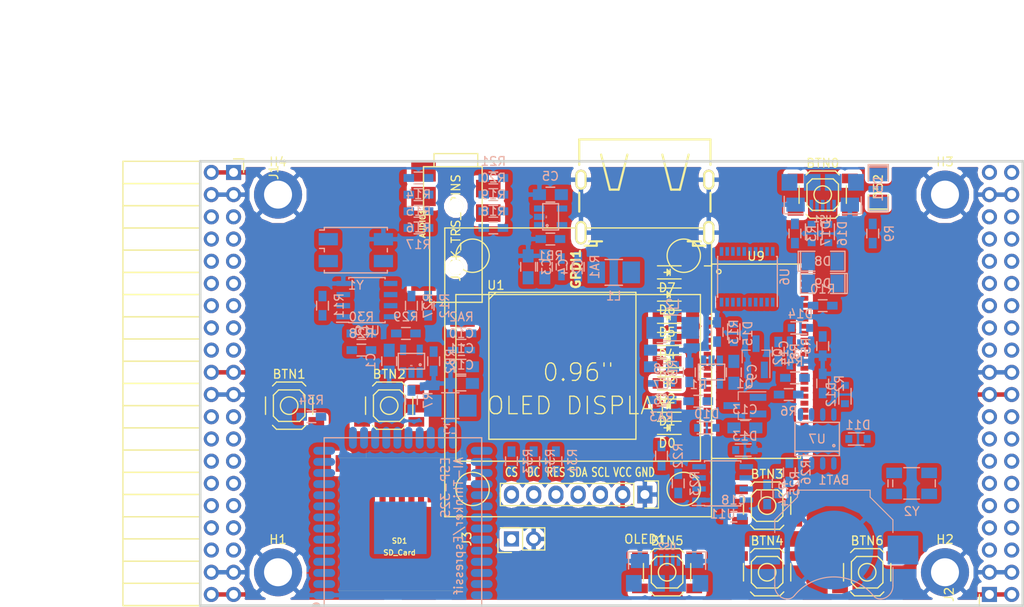
<source format=kicad_pcb>
(kicad_pcb (version 4) (host pcbnew 4.0.5+dfsg1-4)
  (layers (0 F.Cu signal hide) (1 In1.Cu signal) (2 In2.Cu signal) (31 B.Cu signal hide) (34 B.Paste user) (35 F.Paste user) (36 B.SilkS user) (37 F.SilkS user) (38 B.Mask user) (39 F.Mask user) (44 Edge.Cuts user))
  (net 0 "")
  (net 1 GND)
  (net 2 +5V)
  (net 3 /gpio/IN5V)
  (net 4 /gpio/OUT5V)
  (net 5 +3V3)
  (net 6 "Net-(L1-Pad1)")
  (net 7 "Net-(L2-Pad1)")
  (net 8 +1V2)
  (net 9 BTN_D)
  (net 10 BTN_F1)
  (net 11 BTN_F2)
  (net 12 BTN_L)
  (net 13 BTN_R)
  (net 14 BTN_U)
  (net 15 /power/FB1)
  (net 16 +2V5)
  (net 17 "Net-(L3-Pad1)")
  (net 18 /power/PWREN)
  (net 19 /power/FB3)
  (net 20 /power/FB2)
  (net 21 "Net-(D9-Pad1)")
  (net 22 /power/VBAT)
  (net 23 SD_3)
  (net 24 JTAG_TDI)
  (net 25 JTAG_TCK)
  (net 26 JTAG_TMS)
  (net 27 JTAG_TDO)
  (net 28 /power/WAKEUPn)
  (net 29 /power/WKUP)
  (net 30 /power/SHUT)
  (net 31 /power/WAKE)
  (net 32 /power/HOLD)
  (net 33 /power/WKn)
  (net 34 /power/OSCI_32k)
  (net 35 /power/OSCO_32k)
  (net 36 FTDI_nSUSPEND)
  (net 37 USB_FTDI_DM)
  (net 38 USB_FTDI_DP)
  (net 39 "Net-(Q2-Pad3)")
  (net 40 SHUTDOWN)
  (net 41 /analog/AUDIO_L)
  (net 42 /analog/AUDIO_R)
  (net 43 GPDI_5V_SCL)
  (net 44 GPDI_5V_SDA)
  (net 45 GPDI_SDA)
  (net 46 GPDI_SCL)
  (net 47 /gpdi/VREF2)
  (net 48 /blinkey/BTNPU)
  (net 49 SD_CMD)
  (net 50 SD_CLK)
  (net 51 SD_D0)
  (net 52 SD_D1)
  (net 53 USB5V)
  (net 54 /gpio/B11)
  (net 55 /gpio/C11)
  (net 56 /gpio/A10)
  (net 57 /gpio/A11)
  (net 58 /gpio/B10)
  (net 59 /gpio/A9)
  (net 60 /gpio/C10)
  (net 61 /gpio/B9)
  (net 62 /gpio/E9)
  (net 63 /gpio/D9)
  (net 64 /gpio/A8)
  (net 65 /gpio/A7)
  (net 66 /gpio/B8)
  (net 67 /gpio/C8)
  (net 68 /gpio/D8)
  (net 69 /gpio/E8)
  (net 70 /gpio/C7)
  (net 71 /gpio/C6)
  (net 72 /gpio/D7)
  (net 73 /gpio/E7)
  (net 74 /gpio/D6)
  (net 75 /gpio/E6)
  (net 76 /gpio/B6)
  (net 77 /gpio/A6)
  (net 78 /gpio/A19)
  (net 79 /gpio/B20)
  (net 80 /gpio/A18)
  (net 81 /gpio/B19)
  (net 82 /gpio/A17)
  (net 83 /gpio/B18)
  (net 84 /gpio/B17)
  (net 85 /gpio/C17)
  (net 86 /gpio/C16)
  (net 87 /gpio/D16)
  (net 88 /gpio/A16)
  (net 89 /gpio/B16)
  (net 90 /gpio/D15)
  (net 91 /gpio/E15)
  (net 92 /gpio/B15)
  (net 93 /gpio/C15)
  (net 94 /gpio/D14)
  (net 95 /gpio/E14)
  (net 96 /gpio/A14)
  (net 97 /gpio/C14)
  (net 98 /gpio/D13)
  (net 99 /gpio/E13)
  (net 100 /gpio/B13)
  (net 101 /gpio/C13)
  (net 102 /gpio/A12)
  (net 103 /gpio/A13)
  (net 104 /gpio/D12)
  (net 105 /gpio/E12)
  (net 106 /gpio/B12)
  (net 107 /gpio/C12)
  (net 108 /gpio/D11)
  (net 109 /gpio/E11)
  (net 110 "Net-(BTN0-Pad1)")
  (net 111 LED0)
  (net 112 LED1)
  (net 113 LED2)
  (net 114 LED3)
  (net 115 LED4)
  (net 116 LED5)
  (net 117 LED6)
  (net 118 LED7)
  (net 119 BTN_PWRn)
  (net 120 GPDI_ETH_N)
  (net 121 GPDI_ETH_P)
  (net 122 GPDI_D2_P)
  (net 123 GPDI_D2_N)
  (net 124 GPDI_D1_P)
  (net 125 GPDI_D1_N)
  (net 126 GPDI_D0_P)
  (net 127 GPDI_D0_N)
  (net 128 GPDI_CLK_P)
  (net 129 GPDI_CLK_N)
  (net 130 GPDI_CEC)
  (net 131 nRESET)
  (net 132 /usb/FT3V3)
  (net 133 FTDI_nDTR)
  (net 134 SDRAM_CKE)
  (net 135 SDRAM_A7)
  (net 136 SDRAM_D15)
  (net 137 SDRAM_BA1)
  (net 138 SDRAM_D7)
  (net 139 SDRAM_A6)
  (net 140 SDRAM_CLK)
  (net 141 SDRAM_D13)
  (net 142 SDRAM_BA0)
  (net 143 SDRAM_D6)
  (net 144 SDRAM_A5)
  (net 145 SDRAM_D14)
  (net 146 SDRAM_A11)
  (net 147 SDRAM_D12)
  (net 148 SDRAM_D5)
  (net 149 SDRAM_A4)
  (net 150 SDRAM_A10)
  (net 151 SDRAM_D11)
  (net 152 SDRAM_A3)
  (net 153 SDRAM_D4)
  (net 154 SDRAM_D10)
  (net 155 SDRAM_D9)
  (net 156 SDRAM_A9)
  (net 157 SDRAM_D3)
  (net 158 SDRAM_D8)
  (net 159 SDRAM_A8)
  (net 160 SDRAM_A2)
  (net 161 SDRAM_A1)
  (net 162 SDRAM_A0)
  (net 163 SDRAM_D2)
  (net 164 SDRAM_D1)
  (net 165 SDRAM_D0)
  (net 166 SDRAM_DQM0)
  (net 167 SDRAM_nCS)
  (net 168 SDRAM_nRAS)
  (net 169 SDRAM_DQM1)
  (net 170 SDRAM_nCAS)
  (net 171 SDRAM_nWE)
  (net 172 /flash/FLASH_nWP)
  (net 173 /flash/FLASH_nHOLD)
  (net 174 /flash/FLASH_MOSI)
  (net 175 /flash/FLASH_MISO)
  (net 176 /flash/FLASH_SCK)
  (net 177 /flash/FLASH_nCS)
  (net 178 /flash/FPGA_PROGRAMN)
  (net 179 /flash/FPGA_DONE)
  (net 180 /flash/FPGA_INITN)
  (net 181 OLED_MOSI)
  (net 182 OLED_RES)
  (net 183 OLED_DC)
  (net 184 OLED_CS)
  (net 185 AUDIO_L3)
  (net 186 AUDIO_L2)
  (net 187 AUDIO_L1)
  (net 188 AUDIO_L0)
  (net 189 AUDIO_R3)
  (net 190 AUDIO_R2)
  (net 191 AUDIO_R1)
  (net 192 AUDIO_R0)
  (net 193 WIFI_EN)
  (net 194 FTDI_nRTS)
  (net 195 WIFI_GPIO2)
  (net 196 FTDI_TXD)
  (net 197 FTDI_RXD)
  (net 198 WIFI_RXD)
  (net 199 WIFI_GPIO0)
  (net 200 FTDI_nCTS)
  (net 201 WIFI_TXD)
  (net 202 FTDI_nRI)
  (net 203 FTDI_nDCD)
  (net 204 WIFI_GPIO15)
  (net 205 /gpdi/CLK_25MHz)
  (module Keystone_3000_1x12mm-CoinCell:Keystone_3000_1x12mm-CoinCell (layer B.Cu) (at 166.49 105.87 180)
    (fp_text reference BAT1 (at 0 8 180) (layer B.SilkS) (effects (justify mirror)))
    (fp_text value CR1225)
    (pad 1 smd rect (at -7.9 0 180) (size 3.5 3.3) (layers B.Cu B.Paste B.Mask) (net 22 /power/VBAT))
    (pad 1 smd rect (at 7.9 0 180) (size 3.5 3.3) (layers B.Cu B.Paste B.Mask) (net 22 /power/VBAT))
    (pad 2 smd circle (at 0 0 180) (size 9 9) (layers B.Cu B.Mask) (net 1 GND))
  )
  (module SMD_Packages:SMD-1206_Pol (layer F.Cu) (at 171.57 64.341 90)
    (fp_text reference D52 (at 0 0 90) (layer F.SilkS))
    (fp_text value 2A)
    (pad 1 smd rect (at -1.651 0 90) (size 1.524 2.032) (layers F.Cu F.Paste F.Mask) (net 4 /gpio/OUT5V))
    (pad 2 smd rect (at 1.651 0 90) (size 1.524 2.032) (layers F.Cu F.Paste F.Mask) (net 2 +5V))
  )
  (module SMD_Packages:SMD-1206_Pol (layer B.Cu) (at 171.57 64.595 270)
    (fp_text reference D51 (at 0 0 270) (layer B.SilkS) (effects (justify mirror)))
    (fp_text value 2A)
    (pad 1 smd rect (at -1.651 0 270) (size 1.524 2.032) (layers B.Cu B.Paste B.Mask) (net 2 +5V))
    (pad 2 smd rect (at 1.651 0 270) (size 1.524 2.032) (layers B.Cu B.Paste B.Mask) (net 3 /gpio/IN5V))
  )
  (module micro-sd:MicroSD_TF02D (layer F.Cu) (at 116.87 110.52 180)
    (fp_text reference SD1 (at 0 5.7 180) (layer F.SilkS) (effects (font (size 0.59944 0.59944) (thickness 0.12446))))
    (fp_text value SD_Card (at 0 4.35 180) (layer F.SilkS) (effects (font (size 0.59944 0.59944) (thickness 0.12446))))
    (pad 1 smd rect (at 1.94 11 180) (size 0.7 1.8) (layers F.Cu F.Paste F.Mask) (net 23 SD_3))
    (pad 2 smd rect (at 0.84 11 180) (size 0.7 1.8) (layers F.Cu F.Paste F.Mask) (net 49 SD_CMD))
    (pad 3 smd rect (at -0.26 11 180) (size 0.7 1.8) (layers F.Cu F.Paste F.Mask) (net 1 GND))
    (pad 4 smd rect (at -1.36 11 180) (size 0.7 1.8) (layers F.Cu F.Paste F.Mask) (net 5 +3V3))
    (pad 5 smd rect (at -2.46 11 180) (size 0.7 1.8) (layers F.Cu F.Paste F.Mask) (net 50 SD_CLK))
    (pad 6 smd rect (at -3.56 11 180) (size 0.7 1.8) (layers F.Cu F.Paste F.Mask) (net 1 GND))
    (pad 7 smd rect (at -4.66 11 180) (size 0.7 1.8) (layers F.Cu F.Paste F.Mask) (net 51 SD_D0))
    (pad 8 smd rect (at -5.76 11 180) (size 0.7 1.8) (layers F.Cu F.Paste F.Mask) (net 52 SD_D1))
    (pad S smd rect (at -5.05 0.4 180) (size 1.6 1.4) (layers F.Cu F.Paste F.Mask))
    (pad S smd rect (at 0.75 0.4 180) (size 1.8 1.4) (layers F.Cu F.Paste F.Mask))
    (pad G smd rect (at -7.45 13.55 180) (size 1.4 1.9) (layers F.Cu F.Paste F.Mask))
    (pad G smd rect (at 6.6 14.55 180) (size 1.4 1.9) (layers F.Cu F.Paste F.Mask))
  )
  (module Resistors_SMD:R_1210_HandSoldering (layer B.Cu) (at 141.344 74.12)
    (fp_text reference L1 (at 0 2.7) (layer B.SilkS) (effects (justify mirror)))
    (fp_text value 2.2uH)
    (pad 1 smd rect (at -2 0) (size 2 2.5) (layers B.Cu B.Paste B.Mask) (net 6 "Net-(L1-Pad1)"))
    (pad 2 smd rect (at 2 0) (size 2 2.5) (layers B.Cu B.Paste B.Mask) (net 8 +1V2))
  )
  (module TSOT-25:TSOT-25 (layer B.Cu) (at 134.135 67.77 90)
    (fp_text reference U3 (at 0 -0.5 90) (layer B.SilkS) (effects (font (size 0.15 0.15) (thickness 0.0375)) (justify mirror)))
    (fp_text value AP3429A)
    (pad 1 smd rect (at -0.95 -1.3 90) (size 0.7 1.2) (layers B.Cu B.Paste B.Mask) (net 18 /power/PWREN))
    (pad 2 smd rect (at 0 -1.3 90) (size 0.7 1.2) (layers B.Cu B.Paste B.Mask) (net 1 GND))
    (pad 3 smd rect (at 0.95 -1.3 90) (size 0.7 1.2) (layers B.Cu B.Paste B.Mask) (net 6 "Net-(L1-Pad1)"))
    (pad 4 smd rect (at 0.95 1.3 90) (size 0.7 1.2) (layers B.Cu B.Paste B.Mask) (net 2 +5V))
    (pad 5 smd rect (at -0.95 1.3 90) (size 0.7 1.2) (layers B.Cu B.Paste B.Mask) (net 15 /power/FB1))
  )
  (module Resistors_SMD:R_1210_HandSoldering (layer B.Cu) (at 148.075 80.47 180)
    (fp_text reference L2 (at 0 2.7 180) (layer B.SilkS) (effects (justify mirror)))
    (fp_text value 2.2uH)
    (pad 1 smd rect (at -2 0 180) (size 2 2.5) (layers B.Cu B.Paste B.Mask) (net 7 "Net-(L2-Pad1)"))
    (pad 2 smd rect (at 2 0 180) (size 2 2.5) (layers B.Cu B.Paste B.Mask) (net 5 +3V3))
  )
  (module TSOT-25:TSOT-25 (layer B.Cu) (at 152.52 85.52)
    (fp_text reference U4 (at 0 -0.5) (layer B.SilkS) (effects (font (size 0.15 0.15) (thickness 0.0375)) (justify mirror)))
    (fp_text value AP3429A)
    (pad 1 smd rect (at -0.95 -1.3) (size 0.7 1.2) (layers B.Cu B.Paste B.Mask) (net 18 /power/PWREN))
    (pad 2 smd rect (at 0 -1.3) (size 0.7 1.2) (layers B.Cu B.Paste B.Mask) (net 1 GND))
    (pad 3 smd rect (at 0.95 -1.3) (size 0.7 1.2) (layers B.Cu B.Paste B.Mask) (net 7 "Net-(L2-Pad1)"))
    (pad 4 smd rect (at 0.95 1.3) (size 0.7 1.2) (layers B.Cu B.Paste B.Mask) (net 2 +5V))
    (pad 5 smd rect (at -0.95 1.3) (size 0.7 1.2) (layers B.Cu B.Paste B.Mask) (net 19 /power/FB3))
  )
  (module Buttons_Switches_SMD:SW_SPST_SKQG (layer F.Cu) (at 104.26 89.36)
    (fp_text reference BTN1 (at 0 -3.6) (layer F.SilkS))
    (fp_text value FIRE1)
    (pad 1 smd rect (at -3.1 -1.85) (size 1.8 1.1) (layers F.Cu F.Paste F.Mask) (net 48 /blinkey/BTNPU))
    (pad 1 smd rect (at 3.1 -1.85) (size 1.8 1.1) (layers F.Cu F.Paste F.Mask) (net 48 /blinkey/BTNPU))
    (pad 2 smd rect (at -3.1 1.85) (size 1.8 1.1) (layers F.Cu F.Paste F.Mask) (net 10 BTN_F1))
    (pad 2 smd rect (at 3.1 1.85) (size 1.8 1.1) (layers F.Cu F.Paste F.Mask) (net 10 BTN_F1))
  )
  (module Buttons_Switches_SMD:SW_SPST_SKQG (layer F.Cu) (at 115.69 89.36)
    (fp_text reference BTN2 (at 0 -3.6) (layer F.SilkS))
    (fp_text value FIRE2)
    (pad 1 smd rect (at -3.1 -1.85) (size 1.8 1.1) (layers F.Cu F.Paste F.Mask) (net 48 /blinkey/BTNPU))
    (pad 1 smd rect (at 3.1 -1.85) (size 1.8 1.1) (layers F.Cu F.Paste F.Mask) (net 48 /blinkey/BTNPU))
    (pad 2 smd rect (at -3.1 1.85) (size 1.8 1.1) (layers F.Cu F.Paste F.Mask) (net 11 BTN_F2))
    (pad 2 smd rect (at 3.1 1.85) (size 1.8 1.1) (layers F.Cu F.Paste F.Mask) (net 11 BTN_F2))
  )
  (module Buttons_Switches_SMD:SW_SPST_SKQG (layer F.Cu) (at 158.87 100.79)
    (fp_text reference BTN3 (at 0 -3.6) (layer F.SilkS))
    (fp_text value UP)
    (pad 1 smd rect (at -3.1 -1.85) (size 1.8 1.1) (layers F.Cu F.Paste F.Mask) (net 48 /blinkey/BTNPU))
    (pad 1 smd rect (at 3.1 -1.85) (size 1.8 1.1) (layers F.Cu F.Paste F.Mask) (net 48 /blinkey/BTNPU))
    (pad 2 smd rect (at -3.1 1.85) (size 1.8 1.1) (layers F.Cu F.Paste F.Mask) (net 14 BTN_U))
    (pad 2 smd rect (at 3.1 1.85) (size 1.8 1.1) (layers F.Cu F.Paste F.Mask) (net 14 BTN_U))
  )
  (module Buttons_Switches_SMD:SW_SPST_SKQG (layer F.Cu) (at 158.87 108.41)
    (fp_text reference BTN4 (at 0 -3.6) (layer F.SilkS))
    (fp_text value DOWN)
    (pad 1 smd rect (at -3.1 -1.85) (size 1.8 1.1) (layers F.Cu F.Paste F.Mask) (net 48 /blinkey/BTNPU))
    (pad 1 smd rect (at 3.1 -1.85) (size 1.8 1.1) (layers F.Cu F.Paste F.Mask) (net 48 /blinkey/BTNPU))
    (pad 2 smd rect (at -3.1 1.85) (size 1.8 1.1) (layers F.Cu F.Paste F.Mask) (net 9 BTN_D))
    (pad 2 smd rect (at 3.1 1.85) (size 1.8 1.1) (layers F.Cu F.Paste F.Mask) (net 9 BTN_D))
  )
  (module Buttons_Switches_SMD:SW_SPST_SKQG (layer F.Cu) (at 147.44 108.41)
    (fp_text reference BTN5 (at 0 -3.6) (layer F.SilkS))
    (fp_text value LEFT)
    (pad 1 smd rect (at -3.1 -1.85) (size 1.8 1.1) (layers F.Cu F.Paste F.Mask) (net 48 /blinkey/BTNPU))
    (pad 1 smd rect (at 3.1 -1.85) (size 1.8 1.1) (layers F.Cu F.Paste F.Mask) (net 48 /blinkey/BTNPU))
    (pad 2 smd rect (at -3.1 1.85) (size 1.8 1.1) (layers F.Cu F.Paste F.Mask) (net 12 BTN_L))
    (pad 2 smd rect (at 3.1 1.85) (size 1.8 1.1) (layers F.Cu F.Paste F.Mask) (net 12 BTN_L))
  )
  (module Buttons_Switches_SMD:SW_SPST_SKQG (layer F.Cu) (at 170.3 108.41)
    (fp_text reference BTN6 (at 0 -3.6) (layer F.SilkS))
    (fp_text value RIGHT)
    (pad 1 smd rect (at -3.1 -1.85) (size 1.8 1.1) (layers F.Cu F.Paste F.Mask) (net 48 /blinkey/BTNPU))
    (pad 1 smd rect (at 3.1 -1.85) (size 1.8 1.1) (layers F.Cu F.Paste F.Mask) (net 48 /blinkey/BTNPU))
    (pad 2 smd rect (at -3.1 1.85) (size 1.8 1.1) (layers F.Cu F.Paste F.Mask) (net 13 BTN_R))
    (pad 2 smd rect (at 3.1 1.85) (size 1.8 1.1) (layers F.Cu F.Paste F.Mask) (net 13 BTN_R))
  )
  (module LEDs:LED_0805 (layer F.Cu) (at 147.44 91.9 180)
    (fp_text reference D0 (at 0 -1.75 180) (layer F.SilkS))
    (fp_text value LED)
    (pad 2 smd rect (at 1.04902 0) (size 1.19888 1.19888) (layers F.Cu F.Paste F.Mask) (net 111 LED0))
    (pad 1 smd rect (at -1.04902 0) (size 1.19888 1.19888) (layers F.Cu F.Paste F.Mask) (net 1 GND))
  )
  (module LEDs:LED_0805 (layer F.Cu) (at 147.44 89.36 180)
    (fp_text reference D1 (at 0 -1.75 180) (layer F.SilkS))
    (fp_text value LED)
    (pad 2 smd rect (at 1.04902 0) (size 1.19888 1.19888) (layers F.Cu F.Paste F.Mask) (net 112 LED1))
    (pad 1 smd rect (at -1.04902 0) (size 1.19888 1.19888) (layers F.Cu F.Paste F.Mask) (net 1 GND))
  )
  (module LEDs:LED_0805 (layer F.Cu) (at 147.44 86.82 180)
    (fp_text reference D2 (at 0 -1.75 180) (layer F.SilkS))
    (fp_text value LED)
    (pad 2 smd rect (at 1.04902 0) (size 1.19888 1.19888) (layers F.Cu F.Paste F.Mask) (net 113 LED2))
    (pad 1 smd rect (at -1.04902 0) (size 1.19888 1.19888) (layers F.Cu F.Paste F.Mask) (net 1 GND))
  )
  (module LEDs:LED_0805 (layer F.Cu) (at 147.44 84.28 180)
    (fp_text reference D3 (at 0 -1.75 180) (layer F.SilkS))
    (fp_text value LED)
    (pad 2 smd rect (at 1.04902 0) (size 1.19888 1.19888) (layers F.Cu F.Paste F.Mask) (net 114 LED3))
    (pad 1 smd rect (at -1.04902 0) (size 1.19888 1.19888) (layers F.Cu F.Paste F.Mask) (net 1 GND))
  )
  (module LEDs:LED_0805 (layer F.Cu) (at 147.44 81.74 180)
    (fp_text reference D4 (at 0 -1.75 180) (layer F.SilkS))
    (fp_text value LED)
    (pad 2 smd rect (at 1.04902 0) (size 1.19888 1.19888) (layers F.Cu F.Paste F.Mask) (net 115 LED4))
    (pad 1 smd rect (at -1.04902 0) (size 1.19888 1.19888) (layers F.Cu F.Paste F.Mask) (net 1 GND))
  )
  (module LEDs:LED_0805 (layer F.Cu) (at 147.44 79.2 180)
    (fp_text reference D5 (at 0 -1.75 180) (layer F.SilkS))
    (fp_text value LED)
    (pad 2 smd rect (at 1.04902 0) (size 1.19888 1.19888) (layers F.Cu F.Paste F.Mask) (net 116 LED5))
    (pad 1 smd rect (at -1.04902 0) (size 1.19888 1.19888) (layers F.Cu F.Paste F.Mask) (net 1 GND))
  )
  (module LEDs:LED_0805 (layer F.Cu) (at 147.44 76.66 180)
    (fp_text reference D6 (at 0 -1.75 180) (layer F.SilkS))
    (fp_text value LED)
    (pad 2 smd rect (at 1.04902 0) (size 1.19888 1.19888) (layers F.Cu F.Paste F.Mask) (net 117 LED6))
    (pad 1 smd rect (at -1.04902 0) (size 1.19888 1.19888) (layers F.Cu F.Paste F.Mask) (net 1 GND))
  )
  (module LEDs:LED_0805 (layer F.Cu) (at 147.44 74.12 180)
    (fp_text reference D7 (at 0 -1.75 180) (layer F.SilkS))
    (fp_text value LED)
    (pad 2 smd rect (at 1.04902 0) (size 1.19888 1.19888) (layers F.Cu F.Paste F.Mask) (net 118 LED7))
    (pad 1 smd rect (at -1.04902 0) (size 1.19888 1.19888) (layers F.Cu F.Paste F.Mask) (net 1 GND))
  )
  (module Resistors_SMD:R_1210_HandSoldering (layer B.Cu) (at 122.675 89.36)
    (fp_text reference L3 (at 0 2.7) (layer B.SilkS) (effects (justify mirror)))
    (fp_text value 2.2uH)
    (pad 1 smd rect (at -2 0) (size 2 2.5) (layers B.Cu B.Paste B.Mask) (net 17 "Net-(L3-Pad1)"))
    (pad 2 smd rect (at 2 0) (size 2 2.5) (layers B.Cu B.Paste B.Mask) (net 16 +2V5))
  )
  (module TSOT-25:TSOT-25 (layer B.Cu) (at 118.23 84.28 180)
    (fp_text reference U5 (at 0 -0.5 180) (layer B.SilkS) (effects (font (size 0.15 0.15) (thickness 0.0375)) (justify mirror)))
    (fp_text value AP3429A)
    (pad 1 smd rect (at -0.95 -1.3 180) (size 0.7 1.2) (layers B.Cu B.Paste B.Mask) (net 18 /power/PWREN))
    (pad 2 smd rect (at 0 -1.3 180) (size 0.7 1.2) (layers B.Cu B.Paste B.Mask) (net 1 GND))
    (pad 3 smd rect (at 0.95 -1.3 180) (size 0.7 1.2) (layers B.Cu B.Paste B.Mask) (net 17 "Net-(L3-Pad1)"))
    (pad 4 smd rect (at 0.95 1.3 180) (size 0.7 1.2) (layers B.Cu B.Paste B.Mask) (net 2 +5V))
    (pad 5 smd rect (at -0.95 1.3 180) (size 0.7 1.2) (layers B.Cu B.Paste B.Mask) (net 20 /power/FB2))
  )
  (module Capacitors_SMD:C_0805_HandSoldering (layer B.Cu) (at 115.69 84.28 270)
    (fp_text reference C1 (at 0 2.1 270) (layer B.SilkS) (effects (justify mirror)))
    (fp_text value 22uF)
    (pad 1 smd rect (at -1.25 0 270) (size 1.5 1.25) (layers B.Cu B.Paste B.Mask) (net 2 +5V))
    (pad 2 smd rect (at 1.25 0 270) (size 1.5 1.25) (layers B.Cu B.Paste B.Mask) (net 1 GND))
  )
  (module Capacitors_SMD:C_0805_HandSoldering (layer B.Cu) (at 131.565 73.485 90)
    (fp_text reference C3 (at 0 2.1 90) (layer B.SilkS) (effects (justify mirror)))
    (fp_text value 22uF)
    (pad 1 smd rect (at -1.25 0 90) (size 1.5 1.25) (layers B.Cu B.Paste B.Mask) (net 8 +1V2))
    (pad 2 smd rect (at 1.25 0 90) (size 1.5 1.25) (layers B.Cu B.Paste B.Mask) (net 1 GND))
  )
  (module Capacitors_SMD:C_0805_HandSoldering (layer B.Cu) (at 133.47 73.485 90)
    (fp_text reference C4 (at 0 2.1 90) (layer B.SilkS) (effects (justify mirror)))
    (fp_text value 22uF)
    (pad 1 smd rect (at -1.25 0 90) (size 1.5 1.25) (layers B.Cu B.Paste B.Mask) (net 8 +1V2))
    (pad 2 smd rect (at 1.25 0 90) (size 1.5 1.25) (layers B.Cu B.Paste B.Mask) (net 1 GND))
  )
  (module Capacitors_SMD:C_0805_HandSoldering (layer B.Cu) (at 134.105 65.23 180)
    (fp_text reference C5 (at 0 2.1 180) (layer B.SilkS) (effects (justify mirror)))
    (fp_text value 22uF)
    (pad 1 smd rect (at -1.25 0 180) (size 1.5 1.25) (layers B.Cu B.Paste B.Mask) (net 2 +5V))
    (pad 2 smd rect (at 1.25 0 180) (size 1.5 1.25) (layers B.Cu B.Paste B.Mask) (net 1 GND))
  )
  (module Capacitors_SMD:C_0805_HandSoldering (layer B.Cu) (at 146.805 84.915)
    (fp_text reference C7 (at 0 2.1) (layer B.SilkS) (effects (justify mirror)))
    (fp_text value 22uF)
    (pad 1 smd rect (at -1.25 0) (size 1.5 1.25) (layers B.Cu B.Paste B.Mask) (net 5 +3V3))
    (pad 2 smd rect (at 1.25 0) (size 1.5 1.25) (layers B.Cu B.Paste B.Mask) (net 1 GND))
  )
  (module Capacitors_SMD:C_0805_HandSoldering (layer B.Cu) (at 146.805 83.01)
    (fp_text reference C8 (at 0 2.1) (layer B.SilkS) (effects (justify mirror)))
    (fp_text value 22uF)
    (pad 1 smd rect (at -1.25 0) (size 1.5 1.25) (layers B.Cu B.Paste B.Mask) (net 5 +3V3))
    (pad 2 smd rect (at 1.25 0) (size 1.5 1.25) (layers B.Cu B.Paste B.Mask) (net 1 GND))
  )
  (module Capacitors_SMD:C_0805_HandSoldering (layer B.Cu) (at 155.06 85.55 90)
    (fp_text reference C9 (at 0 2.1 90) (layer B.SilkS) (effects (justify mirror)))
    (fp_text value 22uF)
    (pad 1 smd rect (at -1.25 0 90) (size 1.5 1.25) (layers B.Cu B.Paste B.Mask) (net 2 +5V))
    (pad 2 smd rect (at 1.25 0 90) (size 1.5 1.25) (layers B.Cu B.Paste B.Mask) (net 1 GND))
  )
  (module Capacitors_SMD:C_0805_HandSoldering (layer B.Cu) (at 123.945 84.915 180)
    (fp_text reference C11 (at 0 2.1 180) (layer B.SilkS) (effects (justify mirror)))
    (fp_text value 22uF)
    (pad 1 smd rect (at -1.25 0 180) (size 1.5 1.25) (layers B.Cu B.Paste B.Mask) (net 16 +2V5))
    (pad 2 smd rect (at 1.25 0 180) (size 1.5 1.25) (layers B.Cu B.Paste B.Mask) (net 1 GND))
  )
  (module Capacitors_SMD:C_0805_HandSoldering (layer B.Cu) (at 123.945 86.82 180)
    (fp_text reference C12 (at 0 2.1 180) (layer B.SilkS) (effects (justify mirror)))
    (fp_text value 22uF)
    (pad 1 smd rect (at -1.25 0 180) (size 1.5 1.25) (layers B.Cu B.Paste B.Mask) (net 16 +2V5))
    (pad 2 smd rect (at 1.25 0 180) (size 1.5 1.25) (layers B.Cu B.Paste B.Mask) (net 1 GND))
  )
  (module SMD_Packages:SMD-1206_Pol (layer B.Cu) (at 165.22 72.85)
    (fp_text reference D8 (at 0 0) (layer B.SilkS) (effects (justify mirror)))
    (fp_text value 2A)
    (pad 1 smd rect (at -1.651 0) (size 1.524 2.032) (layers B.Cu B.Paste B.Mask) (net 2 +5V))
    (pad 2 smd rect (at 1.651 0) (size 1.524 2.032) (layers B.Cu B.Paste B.Mask) (net 53 USB5V))
  )
  (module SMD_Packages:SMD-1206_Pol (layer B.Cu) (at 165.22 75.39 180)
    (fp_text reference D9 (at 0 0 180) (layer B.SilkS) (effects (justify mirror)))
    (fp_text value 2A)
    (pad 1 smd rect (at -1.651 0 180) (size 1.524 2.032) (layers B.Cu B.Paste B.Mask) (net 21 "Net-(D9-Pad1)"))
    (pad 2 smd rect (at 1.651 0 180) (size 1.524 2.032) (layers B.Cu B.Paste B.Mask) (net 2 +5V))
  )
  (module Power_Integrations:SO-8 (layer B.Cu) (at 164.585 93.17 180)
    (fp_text reference U7 (at 0 0 180) (layer B.SilkS) (effects (justify mirror)))
    (fp_text value PCF8523)
    (pad 1 smd oval (at -1.905 -2.794 180) (size 0.6096 1.4732) (layers B.Cu B.Paste B.Mask) (net 34 /power/OSCI_32k))
    (pad 2 smd oval (at -0.635 -2.794 180) (size 0.6096 1.4732) (layers B.Cu B.Paste B.Mask) (net 35 /power/OSCO_32k))
    (pad 3 smd oval (at 0.635 -2.794 180) (size 0.6096 1.4732) (layers B.Cu B.Paste B.Mask) (net 22 /power/VBAT))
    (pad 4 smd oval (at 1.905 -2.794 180) (size 0.6096 1.4732) (layers B.Cu B.Paste B.Mask) (net 1 GND))
    (pad 5 smd oval (at 1.905 2.794 180) (size 0.6096 1.4732) (layers B.Cu B.Paste B.Mask))
    (pad 6 smd oval (at 0.635 2.794 180) (size 0.6096 1.4732) (layers B.Cu B.Paste B.Mask))
    (pad 7 smd oval (at -0.635 2.794 180) (size 0.6096 1.4732) (layers B.Cu B.Paste B.Mask) (net 28 /power/WAKEUPn))
    (pad 8 smd oval (at -1.905 2.794 180) (size 0.6096 1.4732) (layers B.Cu B.Paste B.Mask) (net 16 +2V5))
  )
  (module Capacitors_SMD:C_0805_HandSoldering (layer B.Cu) (at 156.33 91.9 180)
    (fp_text reference C13 (at 0 2.1 180) (layer B.SilkS) (effects (justify mirror)))
    (fp_text value 2.2uF)
    (pad 1 smd rect (at -1.25 0 180) (size 1.5 1.25) (layers B.Cu B.Paste B.Mask) (net 2 +5V))
    (pad 2 smd rect (at 1.25 0 180) (size 1.5 1.25) (layers B.Cu B.Paste B.Mask) (net 29 /power/WKUP))
  )
  (module Diodes_SMD:D_0805 (layer B.Cu) (at 151.978 91.9)
    (fp_text reference D10 (at 0 -1.6) (layer B.SilkS) (effects (justify mirror)))
    (fp_text value 1N4148)
    (pad 1 smd rect (at -1.05 0) (size 0.8 0.9) (layers B.Cu B.Paste B.Mask) (net 31 /power/WAKE))
    (pad 2 smd rect (at 1.05 0) (size 0.8 0.9) (layers B.Cu B.Paste B.Mask) (net 29 /power/WKUP))
  )
  (module Diodes_SMD:D_0805 (layer B.Cu) (at 169.25 93.17)
    (fp_text reference D11 (at 0 -1.6) (layer B.SilkS) (effects (justify mirror)))
    (fp_text value 1N4148)
    (pad 1 smd rect (at -1.05 0) (size 0.8 0.9) (layers B.Cu B.Paste B.Mask) (net 32 /power/HOLD))
    (pad 2 smd rect (at 1.05 0) (size 0.8 0.9) (layers B.Cu B.Paste B.Mask) (net 5 +3V3))
  )
  (module Diodes_SMD:D_0805 (layer B.Cu) (at 155.06 81.105 270)
    (fp_text reference D15 (at 0 -1.6 270) (layer B.SilkS) (effects (justify mirror)))
    (fp_text value BAT42)
    (pad 1 smd rect (at -1.05 0 270) (size 0.8 0.9) (layers B.Cu B.Paste B.Mask) (net 30 /power/SHUT))
    (pad 2 smd rect (at 1.05 0 270) (size 0.8 0.9) (layers B.Cu B.Paste B.Mask) (net 40 SHUTDOWN))
  )
  (module Diodes_SMD:D_0805 (layer B.Cu) (at 167.76 88.09 90)
    (fp_text reference D12 (at 0 -1.6 90) (layer B.SilkS) (effects (justify mirror)))
    (fp_text value 1N4148)
    (pad 1 smd rect (at -1.05 0 90) (size 0.8 0.9) (layers B.Cu B.Paste B.Mask) (net 18 /power/PWREN))
    (pad 2 smd rect (at 1.05 0 90) (size 0.8 0.9) (layers B.Cu B.Paste B.Mask) (net 36 FTDI_nSUSPEND))
  )
  (module usb_otg:USB-MICRO-B-FCI-10118192-0001LF (layer B.Cu) (at 165.22 63.825)
    (fp_text reference US1 (at 0 4.2) (layer B.SilkS) (effects (font (size 0.7 0.7)) (justify mirror)))
    (fp_text value USB_FTDI hide)
    (pad 6 smd rect (at -3.1 2.55) (size 2.1 1.6) (layers B.Cu B.Paste B.Mask) (net 1 GND))
    (pad 6 smd rect (at 3.1 2.55) (size 2.1 1.6) (layers B.Cu B.Paste B.Mask) (net 1 GND))
    (pad "" smd rect (at -1.2 0) (size 1.9 1.9) (layers B.Cu B.Paste B.Mask))
    (pad "" smd rect (at 1.2 0) (size 1.9 1.9) (layers B.Cu B.Paste B.Mask))
    (pad 1 smd rect (at -1.3 2.675) (size 0.4 1.35) (layers B.Cu B.Paste B.Mask) (net 53 USB5V))
    (pad 2 smd rect (at -0.65 2.675) (size 0.4 1.35) (layers B.Cu B.Paste B.Mask) (net 37 USB_FTDI_DM))
    (pad 3 smd rect (at 0 2.675) (size 0.4 1.35) (layers B.Cu B.Paste B.Mask) (net 38 USB_FTDI_DP))
    (pad 4 smd rect (at 0.65 2.675) (size 0.4 1.35) (layers B.Cu B.Paste B.Mask))
    (pad 5 smd rect (at 1.3 2.675) (size 0.4 1.35) (layers B.Cu B.Paste B.Mask) (net 1 GND))
    (pad "" smd rect (at -3.8 0) (size 1.8 1.9) (layers B.Cu B.Paste B.Mask))
    (pad "" smd rect (at 3.8 0) (size 1.8 1.9) (layers B.Cu B.Paste B.Mask))
  )
  (module usb_otg:USB-MICRO-B-FCI-10118192-0001LF (layer B.Cu) (at 147.44 109.68 180)
    (fp_text reference US2 (at 0 4.2 180) (layer B.SilkS) (effects (font (size 0.7 0.7)) (justify mirror)))
    (fp_text value USB_FPGA hide)
    (pad 6 smd rect (at -3.1 2.55 180) (size 2.1 1.6) (layers B.Cu B.Paste B.Mask) (net 1 GND))
    (pad 6 smd rect (at 3.1 2.55 180) (size 2.1 1.6) (layers B.Cu B.Paste B.Mask) (net 1 GND))
    (pad "" smd rect (at -1.2 0 180) (size 1.9 1.9) (layers B.Cu B.Paste B.Mask))
    (pad "" smd rect (at 1.2 0 180) (size 1.9 1.9) (layers B.Cu B.Paste B.Mask))
    (pad 1 smd rect (at -1.3 2.675 180) (size 0.4 1.35) (layers B.Cu B.Paste B.Mask) (net 21 "Net-(D9-Pad1)"))
    (pad 2 smd rect (at -0.65 2.675 180) (size 0.4 1.35) (layers B.Cu B.Paste B.Mask))
    (pad 3 smd rect (at 0 2.675 180) (size 0.4 1.35) (layers B.Cu B.Paste B.Mask))
    (pad 4 smd rect (at 0.65 2.675 180) (size 0.4 1.35) (layers B.Cu B.Paste B.Mask))
    (pad 5 smd rect (at 1.3 2.675 180) (size 0.4 1.35) (layers B.Cu B.Paste B.Mask) (net 1 GND))
    (pad "" smd rect (at -3.8 0 180) (size 1.8 1.9) (layers B.Cu B.Paste B.Mask))
    (pad "" smd rect (at 3.8 0 180) (size 1.8 1.9) (layers B.Cu B.Paste B.Mask))
  )
  (module audio-jack:CUI_SJ-43516-SMT (layer F.Cu) (at 123.31 69.04 270)
    (fp_text reference AUDIO1 (at -0.5 3.8 270) (layer F.SilkS) (effects (font (size 0.6096 0.6096) (thickness 0.1524))))
    (fp_text value JACK_TRS_6PINS (at 0 0 270) (layer F.SilkS))
    (pad 1 smd rect (at -6.4 3.7 270) (size 2.2 2.8) (layers F.Cu F.Paste F.Mask) (net 41 /analog/AUDIO_L))
    (pad 4 smd rect (at -3.6 3.7 270) (size 2.2 2.8) (layers F.Cu F.Paste F.Mask))
    (pad 2 smd rect (at 5.8 3.7 270) (size 2.8 2.8) (layers F.Cu F.Paste F.Mask) (net 1 GND))
    (pad 5 smd rect (at 9.9 -0.75 270) (size 2.8 2.8) (layers F.Cu F.Paste F.Mask))
    (pad 3 smd rect (at -1.7 -3.7 270) (size 2 2.8) (layers F.Cu F.Paste F.Mask) (net 42 /analog/AUDIO_R))
    (pad 6 smd rect (at -4.5 -3.7 270) (size 2 2.8) (layers F.Cu F.Paste F.Mask))
    (pad "" np_thru_hole circle (at -2.5 0 270) (size 1.7 1.7) (drill 1.7) (layers *.Cu *.Mask F.SilkS) (clearance 0.4))
    (pad "" np_thru_hole circle (at 4.5 0 270) (size 1.7 1.7) (drill 1.7) (layers *.Cu *.Mask F.SilkS) (clearance 0.4))
  )
  (module TSOP54:TSOP54 (layer F.Cu) (at 157.6 84.28)
    (fp_text reference U9 (at 0 -12) (layer F.SilkS))
    (fp_text value MT48LC16M16A2TG)
    (pad 28 smd rect (at 5.53 10.4) (size 0.9 0.56) (layers F.Cu F.Paste F.Mask) (net 1 GND))
    (pad 1 smd rect (at -5.53 -10.4) (size 0.9 0.56) (layers F.Cu F.Paste F.Mask) (net 5 +3V3))
    (pad 2 smd rect (at -5.53 -9.6) (size 0.9 0.56) (layers F.Cu F.Paste F.Mask) (net 165 SDRAM_D0))
    (pad 3 smd rect (at -5.53 -8.8) (size 0.9 0.56) (layers F.Cu F.Paste F.Mask) (net 5 +3V3))
    (pad 4 smd rect (at -5.53 -8) (size 0.9 0.56) (layers F.Cu F.Paste F.Mask) (net 164 SDRAM_D1))
    (pad 5 smd rect (at -5.53 -7.2) (size 0.9 0.56) (layers F.Cu F.Paste F.Mask) (net 163 SDRAM_D2))
    (pad 6 smd rect (at -5.53 -6.4) (size 0.9 0.56) (layers F.Cu F.Paste F.Mask) (net 1 GND))
    (pad 7 smd rect (at -5.53 -5.6) (size 0.9 0.56) (layers F.Cu F.Paste F.Mask) (net 157 SDRAM_D3))
    (pad 8 smd rect (at -5.53 -4.8) (size 0.9 0.56) (layers F.Cu F.Paste F.Mask) (net 153 SDRAM_D4))
    (pad 9 smd rect (at -5.53 -4) (size 0.9 0.56) (layers F.Cu F.Paste F.Mask) (net 5 +3V3))
    (pad 10 smd rect (at -5.53 -3.2) (size 0.9 0.56) (layers F.Cu F.Paste F.Mask) (net 148 SDRAM_D5))
    (pad 11 smd rect (at -5.53 -2.4) (size 0.9 0.56) (layers F.Cu F.Paste F.Mask) (net 143 SDRAM_D6))
    (pad 12 smd rect (at -5.53 -1.6) (size 0.9 0.56) (layers F.Cu F.Paste F.Mask) (net 1 GND))
    (pad 13 smd rect (at -5.53 -0.8) (size 0.9 0.56) (layers F.Cu F.Paste F.Mask) (net 138 SDRAM_D7))
    (pad 14 smd rect (at -5.53 0) (size 0.9 0.56) (layers F.Cu F.Paste F.Mask) (net 5 +3V3))
    (pad 15 smd rect (at -5.53 0.8) (size 0.9 0.56) (layers F.Cu F.Paste F.Mask) (net 166 SDRAM_DQM0))
    (pad 16 smd rect (at -5.53 1.6) (size 0.9 0.56) (layers F.Cu F.Paste F.Mask) (net 171 SDRAM_nWE))
    (pad 17 smd rect (at -5.53 2.4) (size 0.9 0.56) (layers F.Cu F.Paste F.Mask) (net 170 SDRAM_nCAS))
    (pad 18 smd rect (at -5.53 3.2) (size 0.9 0.56) (layers F.Cu F.Paste F.Mask) (net 168 SDRAM_nRAS))
    (pad 19 smd rect (at -5.53 4) (size 0.9 0.56) (layers F.Cu F.Paste F.Mask) (net 167 SDRAM_nCS))
    (pad 20 smd rect (at -5.53 4.8) (size 0.9 0.56) (layers F.Cu F.Paste F.Mask) (net 142 SDRAM_BA0))
    (pad 21 smd rect (at -5.53 5.6) (size 0.9 0.56) (layers F.Cu F.Paste F.Mask) (net 137 SDRAM_BA1))
    (pad 22 smd rect (at -5.53 6.4) (size 0.9 0.56) (layers F.Cu F.Paste F.Mask) (net 150 SDRAM_A10))
    (pad 23 smd rect (at -5.53 7.2) (size 0.9 0.56) (layers F.Cu F.Paste F.Mask) (net 162 SDRAM_A0))
    (pad 24 smd rect (at -5.53 8) (size 0.9 0.56) (layers F.Cu F.Paste F.Mask) (net 161 SDRAM_A1))
    (pad 25 smd rect (at -5.53 8.8) (size 0.9 0.56) (layers F.Cu F.Paste F.Mask) (net 160 SDRAM_A2))
    (pad 26 smd rect (at -5.53 9.6) (size 0.9 0.56) (layers F.Cu F.Paste F.Mask) (net 152 SDRAM_A3))
    (pad 27 smd rect (at -5.53 10.4) (size 0.9 0.56) (layers F.Cu F.Paste F.Mask) (net 5 +3V3))
    (pad 29 smd rect (at 5.53 9.6) (size 0.9 0.56) (layers F.Cu F.Paste F.Mask) (net 149 SDRAM_A4))
    (pad 30 smd rect (at 5.53 8.8) (size 0.9 0.56) (layers F.Cu F.Paste F.Mask) (net 144 SDRAM_A5))
    (pad 31 smd rect (at 5.53 8) (size 0.9 0.56) (layers F.Cu F.Paste F.Mask) (net 139 SDRAM_A6))
    (pad 32 smd rect (at 5.53 7.2) (size 0.9 0.56) (layers F.Cu F.Paste F.Mask) (net 135 SDRAM_A7))
    (pad 33 smd rect (at 5.53 6.4) (size 0.9 0.56) (layers F.Cu F.Paste F.Mask) (net 159 SDRAM_A8))
    (pad 34 smd rect (at 5.53 5.6) (size 0.9 0.56) (layers F.Cu F.Paste F.Mask) (net 156 SDRAM_A9))
    (pad 35 smd rect (at 5.53 4.8) (size 0.9 0.56) (layers F.Cu F.Paste F.Mask) (net 146 SDRAM_A11))
    (pad 36 smd rect (at 5.53 4) (size 0.9 0.56) (layers F.Cu F.Paste F.Mask))
    (pad 37 smd rect (at 5.53 3.2) (size 0.9 0.56) (layers F.Cu F.Paste F.Mask) (net 134 SDRAM_CKE))
    (pad 38 smd rect (at 5.53 2.4) (size 0.9 0.56) (layers F.Cu F.Paste F.Mask) (net 140 SDRAM_CLK))
    (pad 39 smd rect (at 5.53 1.6) (size 0.9 0.56) (layers F.Cu F.Paste F.Mask) (net 169 SDRAM_DQM1))
    (pad 40 smd rect (at 5.53 0.8) (size 0.9 0.56) (layers F.Cu F.Paste F.Mask))
    (pad 41 smd rect (at 5.53 0) (size 0.9 0.56) (layers F.Cu F.Paste F.Mask) (net 1 GND))
    (pad 42 smd rect (at 5.53 -0.8) (size 0.9 0.56) (layers F.Cu F.Paste F.Mask) (net 158 SDRAM_D8))
    (pad 43 smd rect (at 5.53 -1.6) (size 0.9 0.56) (layers F.Cu F.Paste F.Mask) (net 5 +3V3))
    (pad 44 smd rect (at 5.53 -2.4) (size 0.9 0.56) (layers F.Cu F.Paste F.Mask) (net 155 SDRAM_D9))
    (pad 45 smd rect (at 5.53 -3.2) (size 0.9 0.56) (layers F.Cu F.Paste F.Mask) (net 154 SDRAM_D10))
    (pad 46 smd rect (at 5.53 -4) (size 0.9 0.56) (layers F.Cu F.Paste F.Mask) (net 1 GND))
    (pad 47 smd rect (at 5.53 -4.8) (size 0.9 0.56) (layers F.Cu F.Paste F.Mask) (net 151 SDRAM_D11))
    (pad 48 smd rect (at 5.53 -5.6) (size 0.9 0.56) (layers F.Cu F.Paste F.Mask) (net 147 SDRAM_D12))
    (pad 49 smd rect (at 5.53 -6.4) (size 0.9 0.56) (layers F.Cu F.Paste F.Mask) (net 5 +3V3))
    (pad 50 smd rect (at 5.53 -7.2) (size 0.9 0.56) (layers F.Cu F.Paste F.Mask) (net 141 SDRAM_D13))
    (pad 51 smd rect (at 5.53 -8) (size 0.9 0.56) (layers F.Cu F.Paste F.Mask) (net 145 SDRAM_D14))
    (pad 52 smd rect (at 5.53 -8.8) (size 0.9 0.56) (layers F.Cu F.Paste F.Mask) (net 1 GND))
    (pad 53 smd rect (at 5.53 -9.6) (size 0.9 0.56) (layers F.Cu F.Paste F.Mask) (net 136 SDRAM_D15))
    (pad 54 smd rect (at 5.53 -10.4) (size 0.9 0.56) (layers F.Cu F.Paste F.Mask) (net 1 GND))
  )
  (module TO_SOT_Packages_SMD:SOT-23_Handsoldering (layer B.Cu) (at 156.33 89.36 180)
    (fp_text reference Q1 (at 0 2.5 180) (layer B.SilkS) (effects (justify mirror)))
    (fp_text value BC857)
    (pad 1 smd rect (at -1.5 0.95 180) (size 1.9 0.8) (layers B.Cu B.Paste B.Mask) (net 33 /power/WKn))
    (pad 2 smd rect (at -1.5 -0.95 180) (size 1.9 0.8) (layers B.Cu B.Paste B.Mask) (net 2 +5V))
    (pad 3 smd rect (at 1.5 0 180) (size 1.9 0.8) (layers B.Cu B.Paste B.Mask) (net 29 /power/WKUP))
  )
  (module TO_SOT_Packages_SMD:SOT-23_Handsoldering (layer B.Cu) (at 157.6 83.772 90)
    (fp_text reference Q2 (at 0 2.5 90) (layer B.SilkS) (effects (justify mirror)))
    (fp_text value 2N7002)
    (pad 1 smd rect (at -1.5 0.95 90) (size 1.9 0.8) (layers B.Cu B.Paste B.Mask) (net 30 /power/SHUT))
    (pad 2 smd rect (at -1.5 -0.95 90) (size 1.9 0.8) (layers B.Cu B.Paste B.Mask) (net 1 GND))
    (pad 3 smd rect (at 1.5 0 90) (size 1.9 0.8) (layers B.Cu B.Paste B.Mask) (net 39 "Net-(Q2-Pad3)"))
  )
  (module Capacitors_SMD:C_0603_HandSoldering (layer B.Cu) (at 135.375 73.485 90)
    (fp_text reference C2 (at 0 1.9 90) (layer B.SilkS) (effects (justify mirror)))
    (fp_text value 470pF)
    (pad 1 smd rect (at -0.95 0 90) (size 1.2 0.75) (layers B.Cu B.Paste B.Mask) (net 8 +1V2))
    (pad 2 smd rect (at 0.95 0 90) (size 1.2 0.75) (layers B.Cu B.Paste B.Mask) (net 15 /power/FB1))
  )
  (module Capacitors_SMD:C_0603_HandSoldering (layer B.Cu) (at 146.805 86.82)
    (fp_text reference C6 (at 0 1.9) (layer B.SilkS) (effects (justify mirror)))
    (fp_text value 470pF)
    (pad 1 smd rect (at -0.95 0) (size 1.2 0.75) (layers B.Cu B.Paste B.Mask) (net 5 +3V3))
    (pad 2 smd rect (at 0.95 0) (size 1.2 0.75) (layers B.Cu B.Paste B.Mask) (net 19 /power/FB3))
  )
  (module Capacitors_SMD:C_0603_HandSoldering (layer B.Cu) (at 123.945 83.01 180)
    (fp_text reference C10 (at 0 1.9 180) (layer B.SilkS) (effects (justify mirror)))
    (fp_text value 470pF)
    (pad 1 smd rect (at -0.95 0 180) (size 1.2 0.75) (layers B.Cu B.Paste B.Mask) (net 16 +2V5))
    (pad 2 smd rect (at 0.95 0 180) (size 1.2 0.75) (layers B.Cu B.Paste B.Mask) (net 20 /power/FB2))
  )
  (module Capacitors_SMD:C_0603_HandSoldering (layer B.Cu) (at 162.68 83.33 270)
    (fp_text reference C14 (at 0 1.9 270) (layer B.SilkS) (effects (justify mirror)))
    (fp_text value 100nF)
    (pad 1 smd rect (at -0.95 0 270) (size 1.2 0.75) (layers B.Cu B.Paste B.Mask) (net 30 /power/SHUT))
    (pad 2 smd rect (at 0.95 0 270) (size 1.2 0.75) (layers B.Cu B.Paste B.Mask) (net 1 GND))
  )
  (module Resistors_SMD:R_0603_HandSoldering (layer B.Cu) (at 150.996 88.852 180)
    (fp_text reference R1 (at 0 1.9 180) (layer B.SilkS) (effects (justify mirror)))
    (fp_text value 15k)
    (pad 1 smd rect (at -1.1 0 180) (size 1.2 0.9) (layers B.Cu B.Paste B.Mask) (net 31 /power/WAKE))
    (pad 2 smd rect (at 1.1 0 180) (size 1.2 0.9) (layers B.Cu B.Paste B.Mask) (net 18 /power/PWREN))
  )
  (module Resistors_SMD:R_0603_HandSoldering (layer B.Cu) (at 165.22 86.82 90)
    (fp_text reference R2 (at 0 1.9 90) (layer B.SilkS) (effects (justify mirror)))
    (fp_text value 47k)
    (pad 1 smd rect (at -1.1 0 90) (size 1.2 0.9) (layers B.Cu B.Paste B.Mask) (net 18 /power/PWREN))
    (pad 2 smd rect (at 1.1 0 90) (size 1.2 0.9) (layers B.Cu B.Paste B.Mask) (net 1 GND))
  )
  (module Resistors_SMD:R_0603_HandSoldering (layer B.Cu) (at 162.045 86.185 180)
    (fp_text reference R4 (at 0 1.9 180) (layer B.SilkS) (effects (justify mirror)))
    (fp_text value 15k)
    (pad 1 smd rect (at -1.1 0 180) (size 1.2 0.9) (layers B.Cu B.Paste B.Mask) (net 32 /power/HOLD))
    (pad 2 smd rect (at 1.1 0 180) (size 1.2 0.9) (layers B.Cu B.Paste B.Mask) (net 18 /power/PWREN))
  )
  (module Resistors_SMD:R_0603_HandSoldering (layer B.Cu) (at 165.22 82.545 270)
    (fp_text reference R5 (at 0 1.9 270) (layer B.SilkS) (effects (justify mirror)))
    (fp_text value 4.7M)
    (pad 1 smd rect (at -1.1 0 270) (size 1.2 0.9) (layers B.Cu B.Paste B.Mask) (net 30 /power/SHUT))
    (pad 2 smd rect (at 1.1 0 270) (size 1.2 0.9) (layers B.Cu B.Paste B.Mask) (net 1 GND))
  )
  (module Resistors_SMD:R_0603_HandSoldering (layer B.Cu) (at 161.33 88.09)
    (fp_text reference R6 (at 0 1.9) (layer B.SilkS) (effects (justify mirror)))
    (fp_text value 1k)
    (pad 1 smd rect (at -1.1 0) (size 1.2 0.9) (layers B.Cu B.Paste B.Mask) (net 33 /power/WKn))
    (pad 2 smd rect (at 1.1 0) (size 1.2 0.9) (layers B.Cu B.Paste B.Mask) (net 28 /power/WAKEUPn))
  )
  (module Resistors_SMD:R_0603_HandSoldering (layer B.Cu) (at 118.23 88.725 90)
    (fp_text reference R7 (at 0 1.9 90) (layer B.SilkS) (effects (justify mirror)))
    (fp_text value 220)
    (pad 1 smd rect (at -1.1 0 90) (size 1.2 0.9) (layers B.Cu B.Paste B.Mask) (net 5 +3V3))
    (pad 2 smd rect (at 1.1 0 90) (size 1.2 0.9) (layers B.Cu B.Paste B.Mask) (net 48 /blinkey/BTNPU))
  )
  (module Resistors_SMD:R_0603_HandSoldering (layer B.Cu) (at 160.14 83.18 90)
    (fp_text reference R8 (at 0 1.9 90) (layer B.SilkS) (effects (justify mirror)))
    (fp_text value 1k)
    (pad 1 smd rect (at -1.1 0 90) (size 1.2 0.9) (layers B.Cu B.Paste B.Mask) (net 18 /power/PWREN))
    (pad 2 smd rect (at 1.1 0 90) (size 1.2 0.9) (layers B.Cu B.Paste B.Mask) (net 39 "Net-(Q2-Pad3)"))
  )
  (module Resistors_SMD:R_0603_HandSoldering (layer B.Cu) (at 170.935 69.675 90)
    (fp_text reference R9 (at 0 1.9 90) (layer B.SilkS) (effects (justify mirror)))
    (fp_text value 15k)
    (pad 1 smd rect (at -1.1 0 90) (size 1.2 0.9) (layers B.Cu B.Paste B.Mask) (net 131 nRESET))
    (pad 2 smd rect (at 1.1 0 90) (size 1.2 0.9) (layers B.Cu B.Paste B.Mask) (net 132 /usb/FT3V3))
  )
  (module Resistors_SMD:R_0603_HandSoldering (layer B.Cu) (at 165.22 77.93 180)
    (fp_text reference R10 (at 0 1.9 180) (layer B.SilkS) (effects (justify mirror)))
    (fp_text value 220)
    (pad 1 smd rect (at -1.1 0 180) (size 1.2 0.9) (layers B.Cu B.Paste B.Mask) (net 36 FTDI_nSUSPEND))
    (pad 2 smd rect (at 1.1 0 180) (size 1.2 0.9) (layers B.Cu B.Paste B.Mask) (net 133 FTDI_nDTR))
  )
  (module Resistors_SMD:R_0603_HandSoldering (layer B.Cu) (at 153.155 80.935 90)
    (fp_text reference R13 (at 0 1.9 90) (layer B.SilkS) (effects (justify mirror)))
    (fp_text value 15k)
    (pad 1 smd rect (at -1.1 0 90) (size 1.2 0.9) (layers B.Cu B.Paste B.Mask) (net 40 SHUTDOWN))
    (pad 2 smd rect (at 1.1 0 90) (size 1.2 0.9) (layers B.Cu B.Paste B.Mask) (net 1 GND))
  )
  (module Resistors_SMD:R_0603_HandSoldering (layer B.Cu) (at 137.28 73.485 90)
    (fp_text reference RA1 (at 0 1.9 90) (layer B.SilkS) (effects (justify mirror)))
    (fp_text value 15k)
    (pad 1 smd rect (at -1.1 0 90) (size 1.2 0.9) (layers B.Cu B.Paste B.Mask) (net 8 +1V2))
    (pad 2 smd rect (at 1.1 0 90) (size 1.2 0.9) (layers B.Cu B.Paste B.Mask) (net 15 /power/FB1))
  )
  (module Resistors_SMD:R_0603_HandSoldering (layer B.Cu) (at 123.945 81.105 180)
    (fp_text reference RA2 (at 0 1.9 180) (layer B.SilkS) (effects (justify mirror)))
    (fp_text value 15k)
    (pad 1 smd rect (at -1.1 0 180) (size 1.2 0.9) (layers B.Cu B.Paste B.Mask) (net 16 +2V5))
    (pad 2 smd rect (at 1.1 0 180) (size 1.2 0.9) (layers B.Cu B.Paste B.Mask) (net 20 /power/FB2))
  )
  (module Resistors_SMD:R_0603_HandSoldering (layer B.Cu) (at 146.805 88.725)
    (fp_text reference RA3 (at 0 1.9) (layer B.SilkS) (effects (justify mirror)))
    (fp_text value 15k)
    (pad 1 smd rect (at -1.1 0) (size 1.2 0.9) (layers B.Cu B.Paste B.Mask) (net 5 +3V3))
    (pad 2 smd rect (at 1.1 0) (size 1.2 0.9) (layers B.Cu B.Paste B.Mask) (net 19 /power/FB3))
  )
  (module Resistors_SMD:R_0603_HandSoldering (layer B.Cu) (at 134.105 70.31)
    (fp_text reference RB1 (at 0 1.9) (layer B.SilkS) (effects (justify mirror)))
    (fp_text value 15k)
    (pad 1 smd rect (at -1.1 0) (size 1.2 0.9) (layers B.Cu B.Paste B.Mask) (net 1 GND))
    (pad 2 smd rect (at 1.1 0) (size 1.2 0.9) (layers B.Cu B.Paste B.Mask) (net 15 /power/FB1))
  )
  (module Resistors_SMD:R_0603_HandSoldering (layer B.Cu) (at 120.77 84.28 90)
    (fp_text reference RB2 (at 0 1.9 90) (layer B.SilkS) (effects (justify mirror)))
    (fp_text value 4.7k)
    (pad 1 smd rect (at -1.1 0 90) (size 1.2 0.9) (layers B.Cu B.Paste B.Mask) (net 1 GND))
    (pad 2 smd rect (at 1.1 0 90) (size 1.2 0.9) (layers B.Cu B.Paste B.Mask) (net 20 /power/FB2))
  )
  (module Resistors_SMD:R_0603_HandSoldering (layer B.Cu) (at 149.98 85.55 270)
    (fp_text reference RB3 (at 0 1.9 270) (layer B.SilkS) (effects (justify mirror)))
    (fp_text value 3.3k)
    (pad 1 smd rect (at -1.1 0 270) (size 1.2 0.9) (layers B.Cu B.Paste B.Mask) (net 1 GND))
    (pad 2 smd rect (at 1.1 0 270) (size 1.2 0.9) (layers B.Cu B.Paste B.Mask) (net 19 /power/FB3))
  )
  (module Resistors_SMD:R_0603_HandSoldering (layer B.Cu) (at 119.033 63.325)
    (fp_text reference R14 (at 0 1.9) (layer B.SilkS) (effects (justify mirror)))
    (fp_text value 800)
    (pad 1 smd rect (at -1.1 0) (size 1.2 0.9) (layers B.Cu B.Paste B.Mask) (net 185 AUDIO_L3))
    (pad 2 smd rect (at 1.1 0) (size 1.2 0.9) (layers B.Cu B.Paste B.Mask) (net 41 /analog/AUDIO_L))
  )
  (module Resistors_SMD:R_0603_HandSoldering (layer B.Cu) (at 119.033 65.231)
    (fp_text reference R15 (at 0 1.9) (layer B.SilkS) (effects (justify mirror)))
    (fp_text value 400)
    (pad 1 smd rect (at -1.1 0) (size 1.2 0.9) (layers B.Cu B.Paste B.Mask) (net 186 AUDIO_L2))
    (pad 2 smd rect (at 1.1 0) (size 1.2 0.9) (layers B.Cu B.Paste B.Mask) (net 41 /analog/AUDIO_L))
  )
  (module Resistors_SMD:R_0603_HandSoldering (layer B.Cu) (at 119.033 67.135)
    (fp_text reference R16 (at 0 1.9) (layer B.SilkS) (effects (justify mirror)))
    (fp_text value 200)
    (pad 1 smd rect (at -1.1 0) (size 1.2 0.9) (layers B.Cu B.Paste B.Mask) (net 187 AUDIO_L1))
    (pad 2 smd rect (at 1.1 0) (size 1.2 0.9) (layers B.Cu B.Paste B.Mask) (net 41 /analog/AUDIO_L))
  )
  (module Resistors_SMD:R_0603_HandSoldering (layer B.Cu) (at 119.033 69.04)
    (fp_text reference R17 (at 0 1.9) (layer B.SilkS) (effects (justify mirror)))
    (fp_text value 100)
    (pad 1 smd rect (at -1.1 0) (size 1.2 0.9) (layers B.Cu B.Paste B.Mask) (net 188 AUDIO_L0))
    (pad 2 smd rect (at 1.1 0) (size 1.2 0.9) (layers B.Cu B.Paste B.Mask) (net 41 /analog/AUDIO_L))
  )
  (module Resistors_SMD:R_0603_HandSoldering (layer B.Cu) (at 127.587 69.04 180)
    (fp_text reference R18 (at 0 1.9 180) (layer B.SilkS) (effects (justify mirror)))
    (fp_text value 800)
    (pad 1 smd rect (at -1.1 0 180) (size 1.2 0.9) (layers B.Cu B.Paste B.Mask) (net 189 AUDIO_R3))
    (pad 2 smd rect (at 1.1 0 180) (size 1.2 0.9) (layers B.Cu B.Paste B.Mask) (net 42 /analog/AUDIO_R))
  )
  (module Resistors_SMD:R_0603_HandSoldering (layer B.Cu) (at 127.587 67.135 180)
    (fp_text reference R19 (at 0 1.9 180) (layer B.SilkS) (effects (justify mirror)))
    (fp_text value 400)
    (pad 1 smd rect (at -1.1 0 180) (size 1.2 0.9) (layers B.Cu B.Paste B.Mask) (net 190 AUDIO_R2))
    (pad 2 smd rect (at 1.1 0 180) (size 1.2 0.9) (layers B.Cu B.Paste B.Mask) (net 42 /analog/AUDIO_R))
  )
  (module Resistors_SMD:R_0603_HandSoldering (layer B.Cu) (at 127.587 65.23 180)
    (fp_text reference R20 (at 0 1.9 180) (layer B.SilkS) (effects (justify mirror)))
    (fp_text value 200)
    (pad 1 smd rect (at -1.1 0 180) (size 1.2 0.9) (layers B.Cu B.Paste B.Mask) (net 191 AUDIO_R1))
    (pad 2 smd rect (at 1.1 0 180) (size 1.2 0.9) (layers B.Cu B.Paste B.Mask) (net 42 /analog/AUDIO_R))
  )
  (module Resistors_SMD:R_0603_HandSoldering (layer B.Cu) (at 127.587 63.325 180)
    (fp_text reference R21 (at 0 1.9 180) (layer B.SilkS) (effects (justify mirror)))
    (fp_text value 100)
    (pad 1 smd rect (at -1.1 0 180) (size 1.2 0.9) (layers B.Cu B.Paste B.Mask) (net 192 AUDIO_R0))
    (pad 2 smd rect (at 1.1 0 180) (size 1.2 0.9) (layers B.Cu B.Paste B.Mask) (net 42 /analog/AUDIO_R))
  )
  (module lfe5bg381:BGA-381_pitch0.8mm_dia0.4mm (layer F.Cu) (at 135.48 84.8)
    (fp_text reference U1 (at -7.6 -9.2) (layer F.SilkS))
    (fp_text value LFE5U-25F-6BG381C)
    (pad A2 smd circle (at -6.8 -7.6) (size 0.35 0.35) (layers F.Cu F.Paste F.Mask) (net 12 BTN_L))
    (pad A3 smd circle (at -6 -7.6) (size 0.35 0.35) (layers F.Cu F.Paste F.Mask) (net 122 GPDI_D2_P))
    (pad A4 smd circle (at -5.2 -7.6) (size 0.35 0.35) (layers F.Cu F.Paste F.Mask) (net 124 GPDI_D1_P))
    (pad A5 smd circle (at -4.4 -7.6) (size 0.35 0.35) (layers F.Cu F.Paste F.Mask) (net 125 GPDI_D1_N))
    (pad A6 smd circle (at -3.6 -7.6) (size 0.35 0.35) (layers F.Cu F.Paste F.Mask) (net 76 /gpio/B6))
    (pad A7 smd circle (at -2.8 -7.6) (size 0.35 0.35) (layers F.Cu F.Paste F.Mask) (net 64 /gpio/A8))
    (pad A8 smd circle (at -2 -7.6) (size 0.35 0.35) (layers F.Cu F.Paste F.Mask) (net 65 /gpio/A7))
    (pad A9 smd circle (at -1.2 -7.6) (size 0.35 0.35) (layers F.Cu F.Paste F.Mask) (net 59 /gpio/A9))
    (pad A10 smd circle (at -0.4 -7.6) (size 0.35 0.35) (layers F.Cu F.Paste F.Mask) (net 56 /gpio/A10))
    (pad A11 smd circle (at 0.4 -7.6) (size 0.35 0.35) (layers F.Cu F.Paste F.Mask) (net 57 /gpio/A11))
    (pad A12 smd circle (at 1.2 -7.6) (size 0.35 0.35) (layers F.Cu F.Paste F.Mask) (net 102 /gpio/A12))
    (pad A13 smd circle (at 2 -7.6) (size 0.35 0.35) (layers F.Cu F.Paste F.Mask) (net 103 /gpio/A13))
    (pad A14 smd circle (at 2.8 -7.6) (size 0.35 0.35) (layers F.Cu F.Paste F.Mask) (net 96 /gpio/A14))
    (pad A15 smd circle (at 3.6 -7.6) (size 0.35 0.35) (layers F.Cu F.Paste F.Mask))
    (pad A16 smd circle (at 4.4 -7.6) (size 0.35 0.35) (layers F.Cu F.Paste F.Mask) (net 88 /gpio/A16))
    (pad A17 smd circle (at 5.2 -7.6) (size 0.35 0.35) (layers F.Cu F.Paste F.Mask) (net 82 /gpio/A17))
    (pad A18 smd circle (at 6 -7.6) (size 0.35 0.35) (layers F.Cu F.Paste F.Mask) (net 80 /gpio/A18))
    (pad A19 smd circle (at 6.8 -7.6) (size 0.35 0.35) (layers F.Cu F.Paste F.Mask) (net 78 /gpio/A19))
    (pad B1 smd circle (at -7.6 -6.8) (size 0.35 0.35) (layers F.Cu F.Paste F.Mask) (net 114 LED3))
    (pad B2 smd circle (at -6.8 -6.8) (size 0.35 0.35) (layers F.Cu F.Paste F.Mask) (net 9 BTN_D))
    (pad B3 smd circle (at -6 -6.8) (size 0.35 0.35) (layers F.Cu F.Paste F.Mask) (net 123 GPDI_D2_N))
    (pad B4 smd circle (at -5.2 -6.8) (size 0.35 0.35) (layers F.Cu F.Paste F.Mask) (net 129 GPDI_CLK_N))
    (pad B5 smd circle (at -4.4 -6.8) (size 0.35 0.35) (layers F.Cu F.Paste F.Mask) (net 126 GPDI_D0_P))
    (pad B6 smd circle (at -3.6 -6.8) (size 0.35 0.35) (layers F.Cu F.Paste F.Mask) (net 77 /gpio/A6))
    (pad B7 smd circle (at -2.8 -6.8) (size 0.35 0.35) (layers F.Cu F.Paste F.Mask) (net 1 GND))
    (pad B8 smd circle (at -2 -6.8) (size 0.35 0.35) (layers F.Cu F.Paste F.Mask) (net 67 /gpio/C8))
    (pad B9 smd circle (at -1.2 -6.8) (size 0.35 0.35) (layers F.Cu F.Paste F.Mask) (net 60 /gpio/C10))
    (pad B10 smd circle (at -0.4 -6.8) (size 0.35 0.35) (layers F.Cu F.Paste F.Mask) (net 58 /gpio/B10))
    (pad B11 smd circle (at 0.4 -6.8) (size 0.35 0.35) (layers F.Cu F.Paste F.Mask) (net 54 /gpio/B11))
    (pad B12 smd circle (at 1.2 -6.8) (size 0.35 0.35) (layers F.Cu F.Paste F.Mask) (net 106 /gpio/B12))
    (pad B13 smd circle (at 2 -6.8) (size 0.35 0.35) (layers F.Cu F.Paste F.Mask) (net 100 /gpio/B13))
    (pad B14 smd circle (at 2.8 -6.8) (size 0.35 0.35) (layers F.Cu F.Paste F.Mask) (net 1 GND))
    (pad B15 smd circle (at 3.6 -6.8) (size 0.35 0.35) (layers F.Cu F.Paste F.Mask) (net 92 /gpio/B15))
    (pad B16 smd circle (at 4.4 -6.8) (size 0.35 0.35) (layers F.Cu F.Paste F.Mask) (net 89 /gpio/B16))
    (pad B17 smd circle (at 5.2 -6.8) (size 0.35 0.35) (layers F.Cu F.Paste F.Mask) (net 84 /gpio/B17))
    (pad B18 smd circle (at 6 -6.8) (size 0.35 0.35) (layers F.Cu F.Paste F.Mask) (net 83 /gpio/B18))
    (pad B19 smd circle (at 6.8 -6.8) (size 0.35 0.35) (layers F.Cu F.Paste F.Mask) (net 81 /gpio/B19))
    (pad B20 smd circle (at 7.6 -6.8) (size 0.35 0.35) (layers F.Cu F.Paste F.Mask) (net 79 /gpio/B20))
    (pad C1 smd circle (at -7.6 -6) (size 0.35 0.35) (layers F.Cu F.Paste F.Mask) (net 10 BTN_F1))
    (pad C2 smd circle (at -6.8 -6) (size 0.35 0.35) (layers F.Cu F.Paste F.Mask) (net 113 LED2))
    (pad C3 smd circle (at -6 -6) (size 0.35 0.35) (layers F.Cu F.Paste F.Mask) (net 121 GPDI_ETH_P))
    (pad C4 smd circle (at -5.2 -6) (size 0.35 0.35) (layers F.Cu F.Paste F.Mask) (net 128 GPDI_CLK_P))
    (pad C5 smd circle (at -4.4 -6) (size 0.35 0.35) (layers F.Cu F.Paste F.Mask) (net 127 GPDI_D0_N))
    (pad C6 smd circle (at -3.6 -6) (size 0.35 0.35) (layers F.Cu F.Paste F.Mask) (net 70 /gpio/C7))
    (pad C7 smd circle (at -2.8 -6) (size 0.35 0.35) (layers F.Cu F.Paste F.Mask) (net 71 /gpio/C6))
    (pad C8 smd circle (at -2 -6) (size 0.35 0.35) (layers F.Cu F.Paste F.Mask) (net 66 /gpio/B8))
    (pad C9 smd circle (at -1.2 -6) (size 0.35 0.35) (layers F.Cu F.Paste F.Mask))
    (pad C10 smd circle (at -0.4 -6) (size 0.35 0.35) (layers F.Cu F.Paste F.Mask) (net 61 /gpio/B9))
    (pad C11 smd circle (at 0.4 -6) (size 0.35 0.35) (layers F.Cu F.Paste F.Mask) (net 55 /gpio/C11))
    (pad C12 smd circle (at 1.2 -6) (size 0.35 0.35) (layers F.Cu F.Paste F.Mask) (net 107 /gpio/C12))
    (pad C13 smd circle (at 2 -6) (size 0.35 0.35) (layers F.Cu F.Paste F.Mask) (net 101 /gpio/C13))
    (pad C14 smd circle (at 2.8 -6) (size 0.35 0.35) (layers F.Cu F.Paste F.Mask) (net 97 /gpio/C14))
    (pad C15 smd circle (at 3.6 -6) (size 0.35 0.35) (layers F.Cu F.Paste F.Mask) (net 93 /gpio/C15))
    (pad C16 smd circle (at 4.4 -6) (size 0.35 0.35) (layers F.Cu F.Paste F.Mask) (net 86 /gpio/C16))
    (pad C17 smd circle (at 5.2 -6) (size 0.35 0.35) (layers F.Cu F.Paste F.Mask) (net 85 /gpio/C17))
    (pad C18 smd circle (at 6 -6) (size 0.35 0.35) (layers F.Cu F.Paste F.Mask) (net 134 SDRAM_CKE))
    (pad C19 smd circle (at 6.8 -6) (size 0.35 0.35) (layers F.Cu F.Paste F.Mask) (net 1 GND))
    (pad C20 smd circle (at 7.6 -6) (size 0.35 0.35) (layers F.Cu F.Paste F.Mask) (net 135 SDRAM_A7))
    (pad D1 smd circle (at -7.6 -5.2) (size 0.35 0.35) (layers F.Cu F.Paste F.Mask) (net 116 LED5))
    (pad D2 smd circle (at -6.8 -5.2) (size 0.35 0.35) (layers F.Cu F.Paste F.Mask) (net 13 BTN_R))
    (pad D3 smd circle (at -6 -5.2) (size 0.35 0.35) (layers F.Cu F.Paste F.Mask) (net 120 GPDI_ETH_N))
    (pad D4 smd circle (at -5.2 -5.2) (size 0.35 0.35) (layers F.Cu F.Paste F.Mask) (net 1 GND))
    (pad D5 smd circle (at -4.4 -5.2) (size 0.35 0.35) (layers F.Cu F.Paste F.Mask) (net 45 GPDI_SDA))
    (pad D6 smd circle (at -3.6 -5.2) (size 0.35 0.35) (layers F.Cu F.Paste F.Mask) (net 75 /gpio/E6))
    (pad D7 smd circle (at -2.8 -5.2) (size 0.35 0.35) (layers F.Cu F.Paste F.Mask) (net 73 /gpio/E7))
    (pad D8 smd circle (at -2 -5.2) (size 0.35 0.35) (layers F.Cu F.Paste F.Mask) (net 69 /gpio/E8))
    (pad D9 smd circle (at -1.2 -5.2) (size 0.35 0.35) (layers F.Cu F.Paste F.Mask) (net 62 /gpio/E9))
    (pad D10 smd circle (at -0.4 -5.2) (size 0.35 0.35) (layers F.Cu F.Paste F.Mask))
    (pad D11 smd circle (at 0.4 -5.2) (size 0.35 0.35) (layers F.Cu F.Paste F.Mask) (net 108 /gpio/D11))
    (pad D12 smd circle (at 1.2 -5.2) (size 0.35 0.35) (layers F.Cu F.Paste F.Mask) (net 104 /gpio/D12))
    (pad D13 smd circle (at 2 -5.2) (size 0.35 0.35) (layers F.Cu F.Paste F.Mask) (net 98 /gpio/D13))
    (pad D14 smd circle (at 2.8 -5.2) (size 0.35 0.35) (layers F.Cu F.Paste F.Mask) (net 94 /gpio/D14))
    (pad D15 smd circle (at 3.6 -5.2) (size 0.35 0.35) (layers F.Cu F.Paste F.Mask) (net 90 /gpio/D15))
    (pad D16 smd circle (at 4.4 -5.2) (size 0.35 0.35) (layers F.Cu F.Paste F.Mask) (net 87 /gpio/D16))
    (pad D17 smd circle (at 5.2 -5.2) (size 0.35 0.35) (layers F.Cu F.Paste F.Mask) (net 136 SDRAM_D15))
    (pad D18 smd circle (at 6 -5.2) (size 0.35 0.35) (layers F.Cu F.Paste F.Mask) (net 137 SDRAM_BA1))
    (pad D19 smd circle (at 6.8 -5.2) (size 0.35 0.35) (layers F.Cu F.Paste F.Mask) (net 138 SDRAM_D7))
    (pad D20 smd circle (at 7.6 -5.2) (size 0.35 0.35) (layers F.Cu F.Paste F.Mask) (net 139 SDRAM_A6))
    (pad E1 smd circle (at -7.6 -4.4) (size 0.35 0.35) (layers F.Cu F.Paste F.Mask) (net 115 LED4))
    (pad E2 smd circle (at -6.8 -4.4) (size 0.35 0.35) (layers F.Cu F.Paste F.Mask))
    (pad E3 smd circle (at -6 -4.4) (size 0.35 0.35) (layers F.Cu F.Paste F.Mask) (net 112 LED1))
    (pad E4 smd circle (at -5.2 -4.4) (size 0.35 0.35) (layers F.Cu F.Paste F.Mask) (net 46 GPDI_SCL))
    (pad E5 smd circle (at -4.4 -4.4) (size 0.35 0.35) (layers F.Cu F.Paste F.Mask) (net 130 GPDI_CEC))
    (pad E6 smd circle (at -3.6 -4.4) (size 0.35 0.35) (layers F.Cu F.Paste F.Mask) (net 74 /gpio/D6))
    (pad E7 smd circle (at -2.8 -4.4) (size 0.35 0.35) (layers F.Cu F.Paste F.Mask) (net 72 /gpio/D7))
    (pad E8 smd circle (at -2 -4.4) (size 0.35 0.35) (layers F.Cu F.Paste F.Mask) (net 68 /gpio/D8))
    (pad E9 smd circle (at -1.2 -4.4) (size 0.35 0.35) (layers F.Cu F.Paste F.Mask) (net 63 /gpio/D9))
    (pad E10 smd circle (at -0.4 -4.4) (size 0.35 0.35) (layers F.Cu F.Paste F.Mask))
    (pad E11 smd circle (at 0.4 -4.4) (size 0.35 0.35) (layers F.Cu F.Paste F.Mask) (net 109 /gpio/E11))
    (pad E12 smd circle (at 1.2 -4.4) (size 0.35 0.35) (layers F.Cu F.Paste F.Mask) (net 105 /gpio/E12))
    (pad E13 smd circle (at 2 -4.4) (size 0.35 0.35) (layers F.Cu F.Paste F.Mask) (net 99 /gpio/E13))
    (pad E14 smd circle (at 2.8 -4.4) (size 0.35 0.35) (layers F.Cu F.Paste F.Mask) (net 95 /gpio/E14))
    (pad E15 smd circle (at 3.6 -4.4) (size 0.35 0.35) (layers F.Cu F.Paste F.Mask) (net 91 /gpio/E15))
    (pad E16 smd circle (at 4.4 -4.4) (size 0.35 0.35) (layers F.Cu F.Paste F.Mask) (net 140 SDRAM_CLK))
    (pad E17 smd circle (at 5.2 -4.4) (size 0.35 0.35) (layers F.Cu F.Paste F.Mask) (net 141 SDRAM_D13))
    (pad E18 smd circle (at 6 -4.4) (size 0.35 0.35) (layers F.Cu F.Paste F.Mask) (net 142 SDRAM_BA0))
    (pad E19 smd circle (at 6.8 -4.4) (size 0.35 0.35) (layers F.Cu F.Paste F.Mask) (net 143 SDRAM_D6))
    (pad E20 smd circle (at 7.6 -4.4) (size 0.35 0.35) (layers F.Cu F.Paste F.Mask) (net 144 SDRAM_A5))
    (pad F1 smd circle (at -7.6 -3.6) (size 0.35 0.35) (layers F.Cu F.Paste F.Mask))
    (pad F2 smd circle (at -6.8 -3.6) (size 0.35 0.35) (layers F.Cu F.Paste F.Mask) (net 205 /gpdi/CLK_25MHz))
    (pad F3 smd circle (at -6 -3.6) (size 0.35 0.35) (layers F.Cu F.Paste F.Mask))
    (pad F4 smd circle (at -5.2 -3.6) (size 0.35 0.35) (layers F.Cu F.Paste F.Mask) (net 14 BTN_U))
    (pad F5 smd circle (at -4.4 -3.6) (size 0.35 0.35) (layers F.Cu F.Paste F.Mask) (net 111 LED0))
    (pad F6 smd circle (at -3.6 -3.6) (size 0.35 0.35) (layers F.Cu F.Paste F.Mask) (net 16 +2V5))
    (pad F7 smd circle (at -2.8 -3.6) (size 0.35 0.35) (layers F.Cu F.Paste F.Mask) (net 1 GND))
    (pad F8 smd circle (at -2 -3.6) (size 0.35 0.35) (layers F.Cu F.Paste F.Mask) (net 1 GND))
    (pad F9 smd circle (at -1.2 -3.6) (size 0.35 0.35) (layers F.Cu F.Paste F.Mask) (net 5 +3V3))
    (pad F10 smd circle (at -0.4 -3.6) (size 0.35 0.35) (layers F.Cu F.Paste F.Mask) (net 5 +3V3))
    (pad F11 smd circle (at 0.4 -3.6) (size 0.35 0.35) (layers F.Cu F.Paste F.Mask) (net 5 +3V3))
    (pad F12 smd circle (at 1.2 -3.6) (size 0.35 0.35) (layers F.Cu F.Paste F.Mask) (net 5 +3V3))
    (pad F13 smd circle (at 2 -3.6) (size 0.35 0.35) (layers F.Cu F.Paste F.Mask) (net 1 GND))
    (pad F14 smd circle (at 2.8 -3.6) (size 0.35 0.35) (layers F.Cu F.Paste F.Mask) (net 1 GND))
    (pad F15 smd circle (at 3.6 -3.6) (size 0.35 0.35) (layers F.Cu F.Paste F.Mask) (net 16 +2V5))
    (pad F16 smd circle (at 4.4 -3.6) (size 0.35 0.35) (layers F.Cu F.Paste F.Mask) (net 145 SDRAM_D14))
    (pad F17 smd circle (at 5.2 -3.6) (size 0.35 0.35) (layers F.Cu F.Paste F.Mask) (net 146 SDRAM_A11))
    (pad F18 smd circle (at 6 -3.6) (size 0.35 0.35) (layers F.Cu F.Paste F.Mask) (net 147 SDRAM_D12))
    (pad F19 smd circle (at 6.8 -3.6) (size 0.35 0.35) (layers F.Cu F.Paste F.Mask) (net 148 SDRAM_D5))
    (pad F20 smd circle (at 7.6 -3.6) (size 0.35 0.35) (layers F.Cu F.Paste F.Mask) (net 149 SDRAM_A4))
    (pad G1 smd circle (at -7.6 -2.8) (size 0.35 0.35) (layers F.Cu F.Paste F.Mask))
    (pad G2 smd circle (at -6.8 -2.8) (size 0.35 0.35) (layers F.Cu F.Paste F.Mask))
    (pad G3 smd circle (at -6 -2.8) (size 0.35 0.35) (layers F.Cu F.Paste F.Mask))
    (pad G4 smd circle (at -5.2 -2.8) (size 0.35 0.35) (layers F.Cu F.Paste F.Mask) (net 1 GND))
    (pad G5 smd circle (at -4.4 -2.8) (size 0.35 0.35) (layers F.Cu F.Paste F.Mask) (net 118 LED7))
    (pad G6 smd circle (at -3.6 -2.8) (size 0.35 0.35) (layers F.Cu F.Paste F.Mask) (net 1 GND))
    (pad G7 smd circle (at -2.8 -2.8) (size 0.35 0.35) (layers F.Cu F.Paste F.Mask) (net 1 GND))
    (pad G8 smd circle (at -2 -2.8) (size 0.35 0.35) (layers F.Cu F.Paste F.Mask) (net 1 GND))
    (pad G9 smd circle (at -1.2 -2.8) (size 0.35 0.35) (layers F.Cu F.Paste F.Mask) (net 1 GND))
    (pad G10 smd circle (at -0.4 -2.8) (size 0.35 0.35) (layers F.Cu F.Paste F.Mask) (net 1 GND))
    (pad G11 smd circle (at 0.4 -2.8) (size 0.35 0.35) (layers F.Cu F.Paste F.Mask) (net 1 GND))
    (pad G12 smd circle (at 1.2 -2.8) (size 0.35 0.35) (layers F.Cu F.Paste F.Mask) (net 1 GND))
    (pad G13 smd circle (at 2 -2.8) (size 0.35 0.35) (layers F.Cu F.Paste F.Mask) (net 1 GND))
    (pad G14 smd circle (at 2.8 -2.8) (size 0.35 0.35) (layers F.Cu F.Paste F.Mask) (net 1 GND))
    (pad G15 smd circle (at 3.6 -2.8) (size 0.35 0.35) (layers F.Cu F.Paste F.Mask) (net 1 GND))
    (pad G16 smd circle (at 4.4 -2.8) (size 0.35 0.35) (layers F.Cu F.Paste F.Mask) (net 150 SDRAM_A10))
    (pad G17 smd circle (at 5.2 -2.8) (size 0.35 0.35) (layers F.Cu F.Paste F.Mask) (net 1 GND))
    (pad G18 smd circle (at 6 -2.8) (size 0.35 0.35) (layers F.Cu F.Paste F.Mask) (net 151 SDRAM_D11))
    (pad G19 smd circle (at 6.8 -2.8) (size 0.35 0.35) (layers F.Cu F.Paste F.Mask) (net 152 SDRAM_A3))
    (pad G20 smd circle (at 7.6 -2.8) (size 0.35 0.35) (layers F.Cu F.Paste F.Mask) (net 153 SDRAM_D4))
    (pad H1 smd circle (at -7.6 -2) (size 0.35 0.35) (layers F.Cu F.Paste F.Mask) (net 194 FTDI_nRTS))
    (pad H2 smd circle (at -6.8 -2) (size 0.35 0.35) (layers F.Cu F.Paste F.Mask))
    (pad H3 smd circle (at -6 -2) (size 0.35 0.35) (layers F.Cu F.Paste F.Mask) (net 117 LED6))
    (pad H4 smd circle (at -5.2 -2) (size 0.35 0.35) (layers F.Cu F.Paste F.Mask) (net 119 BTN_PWRn))
    (pad H5 smd circle (at -4.4 -2) (size 0.35 0.35) (layers F.Cu F.Paste F.Mask) (net 11 BTN_F2))
    (pad H6 smd circle (at -3.6 -2) (size 0.35 0.35) (layers F.Cu F.Paste F.Mask) (net 5 +3V3))
    (pad H7 smd circle (at -2.8 -2) (size 0.35 0.35) (layers F.Cu F.Paste F.Mask) (net 5 +3V3))
    (pad H8 smd circle (at -2 -2) (size 0.35 0.35) (layers F.Cu F.Paste F.Mask) (net 8 +1V2))
    (pad H9 smd circle (at -1.2 -2) (size 0.35 0.35) (layers F.Cu F.Paste F.Mask) (net 8 +1V2))
    (pad H10 smd circle (at -0.4 -2) (size 0.35 0.35) (layers F.Cu F.Paste F.Mask) (net 8 +1V2))
    (pad H11 smd circle (at 0.4 -2) (size 0.35 0.35) (layers F.Cu F.Paste F.Mask) (net 8 +1V2))
    (pad H12 smd circle (at 1.2 -2) (size 0.35 0.35) (layers F.Cu F.Paste F.Mask) (net 8 +1V2))
    (pad H13 smd circle (at 2 -2) (size 0.35 0.35) (layers F.Cu F.Paste F.Mask) (net 8 +1V2))
    (pad H14 smd circle (at 2.8 -2) (size 0.35 0.35) (layers F.Cu F.Paste F.Mask) (net 5 +3V3))
    (pad H15 smd circle (at 3.6 -2) (size 0.35 0.35) (layers F.Cu F.Paste F.Mask) (net 5 +3V3))
    (pad H16 smd circle (at 4.4 -2) (size 0.35 0.35) (layers F.Cu F.Paste F.Mask) (net 154 SDRAM_D10))
    (pad H17 smd circle (at 5.2 -2) (size 0.35 0.35) (layers F.Cu F.Paste F.Mask) (net 155 SDRAM_D9))
    (pad H18 smd circle (at 6 -2) (size 0.35 0.35) (layers F.Cu F.Paste F.Mask) (net 156 SDRAM_A9))
    (pad H19 smd circle (at 6.8 -2) (size 0.35 0.35) (layers F.Cu F.Paste F.Mask) (net 1 GND))
    (pad H20 smd circle (at 7.6 -2) (size 0.35 0.35) (layers F.Cu F.Paste F.Mask) (net 157 SDRAM_D3))
    (pad J1 smd circle (at -7.6 -1.2) (size 0.35 0.35) (layers F.Cu F.Paste F.Mask) (net 195 WIFI_GPIO2))
    (pad J2 smd circle (at -6.8 -1.2) (size 0.35 0.35) (layers F.Cu F.Paste F.Mask) (net 1 GND))
    (pad J3 smd circle (at -6 -1.2) (size 0.35 0.35) (layers F.Cu F.Paste F.Mask) (net 196 FTDI_TXD))
    (pad J4 smd circle (at -5.2 -1.2) (size 0.35 0.35) (layers F.Cu F.Paste F.Mask) (net 197 FTDI_RXD))
    (pad J5 smd circle (at -4.4 -1.2) (size 0.35 0.35) (layers F.Cu F.Paste F.Mask) (net 198 WIFI_RXD))
    (pad J6 smd circle (at -3.6 -1.2) (size 0.35 0.35) (layers F.Cu F.Paste F.Mask) (net 5 +3V3))
    (pad J7 smd circle (at -2.8 -1.2) (size 0.35 0.35) (layers F.Cu F.Paste F.Mask) (net 1 GND))
    (pad J8 smd circle (at -2 -1.2) (size 0.35 0.35) (layers F.Cu F.Paste F.Mask) (net 8 +1V2))
    (pad J9 smd circle (at -1.2 -1.2) (size 0.35 0.35) (layers F.Cu F.Paste F.Mask) (net 1 GND))
    (pad J10 smd circle (at -0.4 -1.2) (size 0.35 0.35) (layers F.Cu F.Paste F.Mask) (net 1 GND))
    (pad J11 smd circle (at 0.4 -1.2) (size 0.35 0.35) (layers F.Cu F.Paste F.Mask) (net 1 GND))
    (pad J12 smd circle (at 1.2 -1.2) (size 0.35 0.35) (layers F.Cu F.Paste F.Mask) (net 1 GND))
    (pad J13 smd circle (at 2 -1.2) (size 0.35 0.35) (layers F.Cu F.Paste F.Mask) (net 8 +1V2))
    (pad J14 smd circle (at 2.8 -1.2) (size 0.35 0.35) (layers F.Cu F.Paste F.Mask) (net 1 GND))
    (pad J15 smd circle (at 3.6 -1.2) (size 0.35 0.35) (layers F.Cu F.Paste F.Mask) (net 5 +3V3))
    (pad J16 smd circle (at 4.4 -1.2) (size 0.35 0.35) (layers F.Cu F.Paste F.Mask) (net 158 SDRAM_D8))
    (pad J17 smd circle (at 5.2 -1.2) (size 0.35 0.35) (layers F.Cu F.Paste F.Mask) (net 159 SDRAM_A8))
    (pad J18 smd circle (at 6 -1.2) (size 0.35 0.35) (layers F.Cu F.Paste F.Mask) (net 160 SDRAM_A2))
    (pad J19 smd circle (at 6.8 -1.2) (size 0.35 0.35) (layers F.Cu F.Paste F.Mask) (net 161 SDRAM_A1))
    (pad J20 smd circle (at 7.6 -1.2) (size 0.35 0.35) (layers F.Cu F.Paste F.Mask) (net 162 SDRAM_A0))
    (pad K1 smd circle (at -7.6 -0.4) (size 0.35 0.35) (layers F.Cu F.Paste F.Mask) (net 199 WIFI_GPIO0))
    (pad K2 smd circle (at -6.8 -0.4) (size 0.35 0.35) (layers F.Cu F.Paste F.Mask) (net 200 FTDI_nCTS))
    (pad K3 smd circle (at -6 -0.4) (size 0.35 0.35) (layers F.Cu F.Paste F.Mask) (net 201 WIFI_TXD))
    (pad K4 smd circle (at -5.2 -0.4) (size 0.35 0.35) (layers F.Cu F.Paste F.Mask) (net 202 FTDI_nRI))
    (pad K5 smd circle (at -4.4 -0.4) (size 0.35 0.35) (layers F.Cu F.Paste F.Mask) (net 181 OLED_MOSI))
    (pad K6 smd circle (at -3.6 -0.4) (size 0.35 0.35) (layers F.Cu F.Paste F.Mask) (net 1 GND))
    (pad K7 smd circle (at -2.8 -0.4) (size 0.35 0.35) (layers F.Cu F.Paste F.Mask) (net 1 GND))
    (pad K8 smd circle (at -2 -0.4) (size 0.35 0.35) (layers F.Cu F.Paste F.Mask) (net 8 +1V2))
    (pad K9 smd circle (at -1.2 -0.4) (size 0.35 0.35) (layers F.Cu F.Paste F.Mask) (net 1 GND))
    (pad K10 smd circle (at -0.4 -0.4) (size 0.35 0.35) (layers F.Cu F.Paste F.Mask) (net 1 GND))
    (pad K11 smd circle (at 0.4 -0.4) (size 0.35 0.35) (layers F.Cu F.Paste F.Mask) (net 1 GND))
    (pad K12 smd circle (at 1.2 -0.4) (size 0.35 0.35) (layers F.Cu F.Paste F.Mask) (net 1 GND))
    (pad K13 smd circle (at 2 -0.4) (size 0.35 0.35) (layers F.Cu F.Paste F.Mask) (net 8 +1V2))
    (pad K14 smd circle (at 2.8 -0.4) (size 0.35 0.35) (layers F.Cu F.Paste F.Mask) (net 1 GND))
    (pad K15 smd circle (at 3.6 -0.4) (size 0.35 0.35) (layers F.Cu F.Paste F.Mask) (net 1 GND))
    (pad K16 smd circle (at 4.4 -0.4) (size 0.35 0.35) (layers F.Cu F.Paste F.Mask))
    (pad K17 smd circle (at 5.2 -0.4) (size 0.35 0.35) (layers F.Cu F.Paste F.Mask))
    (pad K18 smd circle (at 6 -0.4) (size 0.35 0.35) (layers F.Cu F.Paste F.Mask) (net 163 SDRAM_D2))
    (pad K19 smd circle (at 6.8 -0.4) (size 0.35 0.35) (layers F.Cu F.Paste F.Mask) (net 164 SDRAM_D1))
    (pad K20 smd circle (at 7.6 -0.4) (size 0.35 0.35) (layers F.Cu F.Paste F.Mask) (net 165 SDRAM_D0))
    (pad L1 smd circle (at -7.6 0.4) (size 0.35 0.35) (layers F.Cu F.Paste F.Mask) (net 192 AUDIO_R0))
    (pad L2 smd circle (at -6.8 0.4) (size 0.35 0.35) (layers F.Cu F.Paste F.Mask) (net 184 OLED_CS))
    (pad L3 smd circle (at -6 0.4) (size 0.35 0.35) (layers F.Cu F.Paste F.Mask))
    (pad L4 smd circle (at -5.2 0.4) (size 0.35 0.35) (layers F.Cu F.Paste F.Mask) (net 203 FTDI_nDCD))
    (pad L5 smd circle (at -4.4 0.4) (size 0.35 0.35) (layers F.Cu F.Paste F.Mask) (net 204 WIFI_GPIO15))
    (pad L6 smd circle (at -3.6 0.4) (size 0.35 0.35) (layers F.Cu F.Paste F.Mask) (net 5 +3V3))
    (pad L7 smd circle (at -2.8 0.4) (size 0.35 0.35) (layers F.Cu F.Paste F.Mask) (net 5 +3V3))
    (pad L8 smd circle (at -2 0.4) (size 0.35 0.35) (layers F.Cu F.Paste F.Mask) (net 8 +1V2))
    (pad L9 smd circle (at -1.2 0.4) (size 0.35 0.35) (layers F.Cu F.Paste F.Mask) (net 1 GND))
    (pad L10 smd circle (at -0.4 0.4) (size 0.35 0.35) (layers F.Cu F.Paste F.Mask) (net 1 GND))
    (pad L11 smd circle (at 0.4 0.4) (size 0.35 0.35) (layers F.Cu F.Paste F.Mask) (net 1 GND))
    (pad L12 smd circle (at 1.2 0.4) (size 0.35 0.35) (layers F.Cu F.Paste F.Mask) (net 1 GND))
    (pad L13 smd circle (at 2 0.4) (size 0.35 0.35) (layers F.Cu F.Paste F.Mask) (net 8 +1V2))
    (pad L14 smd circle (at 2.8 0.4) (size 0.35 0.35) (layers F.Cu F.Paste F.Mask) (net 5 +3V3))
    (pad L15 smd circle (at 3.6 0.4) (size 0.35 0.35) (layers F.Cu F.Paste F.Mask) (net 5 +3V3))
    (pad L16 smd circle (at 4.4 0.4) (size 0.35 0.35) (layers F.Cu F.Paste F.Mask))
    (pad L17 smd circle (at 5.2 0.4) (size 0.35 0.35) (layers F.Cu F.Paste F.Mask))
    (pad L18 smd circle (at 6 0.4) (size 0.35 0.35) (layers F.Cu F.Paste F.Mask))
    (pad L19 smd circle (at 6.8 0.4) (size 0.35 0.35) (layers F.Cu F.Paste F.Mask))
    (pad L20 smd circle (at 7.6 0.4) (size 0.35 0.35) (layers F.Cu F.Paste F.Mask))
    (pad M1 smd circle (at -7.6 1.2) (size 0.35 0.35) (layers F.Cu F.Paste F.Mask) (net 187 AUDIO_L1))
    (pad M2 smd circle (at -6.8 1.2) (size 0.35 0.35) (layers F.Cu F.Paste F.Mask) (net 1 GND))
    (pad M3 smd circle (at -6 1.2) (size 0.35 0.35) (layers F.Cu F.Paste F.Mask))
    (pad M4 smd circle (at -5.2 1.2) (size 0.35 0.35) (layers F.Cu F.Paste F.Mask))
    (pad M5 smd circle (at -4.4 1.2) (size 0.35 0.35) (layers F.Cu F.Paste F.Mask))
    (pad M6 smd circle (at -3.6 1.2) (size 0.35 0.35) (layers F.Cu F.Paste F.Mask) (net 5 +3V3))
    (pad M7 smd circle (at -2.8 1.2) (size 0.35 0.35) (layers F.Cu F.Paste F.Mask) (net 1 GND))
    (pad M8 smd circle (at -2 1.2) (size 0.35 0.35) (layers F.Cu F.Paste F.Mask) (net 8 +1V2))
    (pad M9 smd circle (at -1.2 1.2) (size 0.35 0.35) (layers F.Cu F.Paste F.Mask) (net 1 GND))
    (pad M10 smd circle (at -0.4 1.2) (size 0.35 0.35) (layers F.Cu F.Paste F.Mask) (net 1 GND))
    (pad M11 smd circle (at 0.4 1.2) (size 0.35 0.35) (layers F.Cu F.Paste F.Mask) (net 1 GND))
    (pad M12 smd circle (at 1.2 1.2) (size 0.35 0.35) (layers F.Cu F.Paste F.Mask) (net 1 GND))
    (pad M13 smd circle (at 2 1.2) (size 0.35 0.35) (layers F.Cu F.Paste F.Mask) (net 8 +1V2))
    (pad M14 smd circle (at 2.8 1.2) (size 0.35 0.35) (layers F.Cu F.Paste F.Mask) (net 1 GND))
    (pad M15 smd circle (at 3.6 1.2) (size 0.35 0.35) (layers F.Cu F.Paste F.Mask) (net 5 +3V3))
    (pad M16 smd circle (at 4.4 1.2) (size 0.35 0.35) (layers F.Cu F.Paste F.Mask) (net 1 GND))
    (pad M17 smd circle (at 5.2 1.2) (size 0.35 0.35) (layers F.Cu F.Paste F.Mask))
    (pad M18 smd circle (at 6 1.2) (size 0.35 0.35) (layers F.Cu F.Paste F.Mask))
    (pad M19 smd circle (at 6.8 1.2) (size 0.35 0.35) (layers F.Cu F.Paste F.Mask))
    (pad M20 smd circle (at 7.6 1.2) (size 0.35 0.35) (layers F.Cu F.Paste F.Mask))
    (pad N1 smd circle (at -7.6 2) (size 0.35 0.35) (layers F.Cu F.Paste F.Mask) (net 188 AUDIO_L0))
    (pad N2 smd circle (at -6.8 2) (size 0.35 0.35) (layers F.Cu F.Paste F.Mask) (net 191 AUDIO_R1))
    (pad N3 smd circle (at -6 2) (size 0.35 0.35) (layers F.Cu F.Paste F.Mask))
    (pad N4 smd circle (at -5.2 2) (size 0.35 0.35) (layers F.Cu F.Paste F.Mask))
    (pad N5 smd circle (at -4.4 2) (size 0.35 0.35) (layers F.Cu F.Paste F.Mask) (net 183 OLED_DC))
    (pad N6 smd circle (at -3.6 2) (size 0.35 0.35) (layers F.Cu F.Paste F.Mask) (net 1 GND))
    (pad N7 smd circle (at -2.8 2) (size 0.35 0.35) (layers F.Cu F.Paste F.Mask) (net 1 GND))
    (pad N8 smd circle (at -2 2) (size 0.35 0.35) (layers F.Cu F.Paste F.Mask) (net 8 +1V2))
    (pad N9 smd circle (at -1.2 2) (size 0.35 0.35) (layers F.Cu F.Paste F.Mask) (net 8 +1V2))
    (pad N10 smd circle (at -0.4 2) (size 0.35 0.35) (layers F.Cu F.Paste F.Mask) (net 8 +1V2))
    (pad N11 smd circle (at 0.4 2) (size 0.35 0.35) (layers F.Cu F.Paste F.Mask) (net 8 +1V2))
    (pad N12 smd circle (at 1.2 2) (size 0.35 0.35) (layers F.Cu F.Paste F.Mask) (net 8 +1V2))
    (pad N13 smd circle (at 2 2) (size 0.35 0.35) (layers F.Cu F.Paste F.Mask) (net 8 +1V2))
    (pad N14 smd circle (at 2.8 2) (size 0.35 0.35) (layers F.Cu F.Paste F.Mask) (net 1 GND))
    (pad N15 smd circle (at 3.6 2) (size 0.35 0.35) (layers F.Cu F.Paste F.Mask) (net 1 GND))
    (pad N16 smd circle (at 4.4 2) (size 0.35 0.35) (layers F.Cu F.Paste F.Mask))
    (pad N17 smd circle (at 5.2 2) (size 0.35 0.35) (layers F.Cu F.Paste F.Mask))
    (pad N18 smd circle (at 6 2) (size 0.35 0.35) (layers F.Cu F.Paste F.Mask))
    (pad N19 smd circle (at 6.8 2) (size 0.35 0.35) (layers F.Cu F.Paste F.Mask) (net 51 SD_D0))
    (pad N20 smd circle (at 7.6 2) (size 0.35 0.35) (layers F.Cu F.Paste F.Mask))
    (pad P1 smd circle (at -7.6 2.8) (size 0.35 0.35) (layers F.Cu F.Paste F.Mask) (net 189 AUDIO_R3))
    (pad P2 smd circle (at -6.8 2.8) (size 0.35 0.35) (layers F.Cu F.Paste F.Mask) (net 185 AUDIO_L3))
    (pad P3 smd circle (at -6 2.8) (size 0.35 0.35) (layers F.Cu F.Paste F.Mask) (net 190 AUDIO_R2))
    (pad P4 smd circle (at -5.2 2.8) (size 0.35 0.35) (layers F.Cu F.Paste F.Mask) (net 186 AUDIO_L2))
    (pad P5 smd circle (at -4.4 2.8) (size 0.35 0.35) (layers F.Cu F.Paste F.Mask) (net 182 OLED_RES))
    (pad P6 smd circle (at -3.6 2.8) (size 0.35 0.35) (layers F.Cu F.Paste F.Mask) (net 16 +2V5))
    (pad P7 smd circle (at -2.8 2.8) (size 0.35 0.35) (layers F.Cu F.Paste F.Mask) (net 1 GND))
    (pad P8 smd circle (at -2 2.8) (size 0.35 0.35) (layers F.Cu F.Paste F.Mask) (net 1 GND))
    (pad P9 smd circle (at -1.2 2.8) (size 0.35 0.35) (layers F.Cu F.Paste F.Mask) (net 5 +3V3))
    (pad P10 smd circle (at -0.4 2.8) (size 0.35 0.35) (layers F.Cu F.Paste F.Mask) (net 5 +3V3))
    (pad P11 smd circle (at 0.4 2.8) (size 0.35 0.35) (layers F.Cu F.Paste F.Mask) (net 1 GND))
    (pad P12 smd circle (at 1.2 2.8) (size 0.35 0.35) (layers F.Cu F.Paste F.Mask) (net 1 GND))
    (pad P13 smd circle (at 2 2.8) (size 0.35 0.35) (layers F.Cu F.Paste F.Mask) (net 1 GND))
    (pad P14 smd circle (at 2.8 2.8) (size 0.35 0.35) (layers F.Cu F.Paste F.Mask) (net 1 GND))
    (pad P15 smd circle (at 3.6 2.8) (size 0.35 0.35) (layers F.Cu F.Paste F.Mask) (net 16 +2V5))
    (pad P16 smd circle (at 4.4 2.8) (size 0.35 0.35) (layers F.Cu F.Paste F.Mask))
    (pad P17 smd circle (at 5.2 2.8) (size 0.35 0.35) (layers F.Cu F.Paste F.Mask))
    (pad P18 smd circle (at 6 2.8) (size 0.35 0.35) (layers F.Cu F.Paste F.Mask))
    (pad P19 smd circle (at 6.8 2.8) (size 0.35 0.35) (layers F.Cu F.Paste F.Mask) (net 49 SD_CMD))
    (pad P20 smd circle (at 7.6 2.8) (size 0.35 0.35) (layers F.Cu F.Paste F.Mask))
    (pad R1 smd circle (at -7.6 3.6) (size 0.35 0.35) (layers F.Cu F.Paste F.Mask))
    (pad R2 smd circle (at -6.8 3.6) (size 0.35 0.35) (layers F.Cu F.Paste F.Mask) (net 177 /flash/FLASH_nCS))
    (pad R3 smd circle (at -6 3.6) (size 0.35 0.35) (layers F.Cu F.Paste F.Mask))
    (pad R4 smd circle (at -5.2 3.6) (size 0.35 0.35) (layers F.Cu F.Paste F.Mask) (net 1 GND))
    (pad R5 smd circle (at -4.4 3.6) (size 0.35 0.35) (layers F.Cu F.Paste F.Mask) (net 24 JTAG_TDI))
    (pad R16 smd circle (at 4.4 3.6) (size 0.35 0.35) (layers F.Cu F.Paste F.Mask))
    (pad R17 smd circle (at 5.2 3.6) (size 0.35 0.35) (layers F.Cu F.Paste F.Mask))
    (pad R18 smd circle (at 6 3.6) (size 0.35 0.35) (layers F.Cu F.Paste F.Mask))
    (pad R19 smd circle (at 6.8 3.6) (size 0.35 0.35) (layers F.Cu F.Paste F.Mask) (net 1 GND))
    (pad R20 smd circle (at 7.6 3.6) (size 0.35 0.35) (layers F.Cu F.Paste F.Mask))
    (pad T1 smd circle (at -7.6 4.4) (size 0.35 0.35) (layers F.Cu F.Paste F.Mask))
    (pad T2 smd circle (at -6.8 4.4) (size 0.35 0.35) (layers F.Cu F.Paste F.Mask) (net 5 +3V3))
    (pad T3 smd circle (at -6 4.4) (size 0.35 0.35) (layers F.Cu F.Paste F.Mask) (net 5 +3V3))
    (pad T4 smd circle (at -5.2 4.4) (size 0.35 0.35) (layers F.Cu F.Paste F.Mask) (net 5 +3V3))
    (pad T5 smd circle (at -4.4 4.4) (size 0.35 0.35) (layers F.Cu F.Paste F.Mask) (net 25 JTAG_TCK))
    (pad T6 smd circle (at -3.6 4.4) (size 0.35 0.35) (layers F.Cu F.Paste F.Mask) (net 1 GND))
    (pad T7 smd circle (at -2.8 4.4) (size 0.35 0.35) (layers F.Cu F.Paste F.Mask) (net 1 GND))
    (pad T8 smd circle (at -2 4.4) (size 0.35 0.35) (layers F.Cu F.Paste F.Mask) (net 1 GND))
    (pad T9 smd circle (at -1.2 4.4) (size 0.35 0.35) (layers F.Cu F.Paste F.Mask) (net 1 GND))
    (pad T10 smd circle (at -0.4 4.4) (size 0.35 0.35) (layers F.Cu F.Paste F.Mask) (net 1 GND))
    (pad T11 smd circle (at 0.4 4.4) (size 0.35 0.35) (layers F.Cu F.Paste F.Mask))
    (pad T12 smd circle (at 1.2 4.4) (size 0.35 0.35) (layers F.Cu F.Paste F.Mask))
    (pad T13 smd circle (at 2 4.4) (size 0.35 0.35) (layers F.Cu F.Paste F.Mask))
    (pad T14 smd circle (at 2.8 4.4) (size 0.35 0.35) (layers F.Cu F.Paste F.Mask))
    (pad T15 smd circle (at 3.6 4.4) (size 0.35 0.35) (layers F.Cu F.Paste F.Mask))
    (pad T16 smd circle (at 4.4 4.4) (size 0.35 0.35) (layers F.Cu F.Paste F.Mask))
    (pad T17 smd circle (at 5.2 4.4) (size 0.35 0.35) (layers F.Cu F.Paste F.Mask) (net 166 SDRAM_DQM0))
    (pad T18 smd circle (at 6 4.4) (size 0.35 0.35) (layers F.Cu F.Paste F.Mask))
    (pad T19 smd circle (at 6.8 4.4) (size 0.35 0.35) (layers F.Cu F.Paste F.Mask) (net 167 SDRAM_nCS))
    (pad T20 smd circle (at 7.6 4.4) (size 0.35 0.35) (layers F.Cu F.Paste F.Mask) (net 50 SD_CLK))
    (pad U1 smd circle (at -7.6 5.2) (size 0.35 0.35) (layers F.Cu F.Paste F.Mask))
    (pad U2 smd circle (at -6.8 5.2) (size 0.35 0.35) (layers F.Cu F.Paste F.Mask) (net 5 +3V3))
    (pad U3 smd circle (at -6 5.2) (size 0.35 0.35) (layers F.Cu F.Paste F.Mask) (net 176 /flash/FLASH_SCK))
    (pad U4 smd circle (at -5.2 5.2) (size 0.35 0.35) (layers F.Cu F.Paste F.Mask) (net 1 GND))
    (pad U5 smd circle (at -4.4 5.2) (size 0.35 0.35) (layers F.Cu F.Paste F.Mask) (net 26 JTAG_TMS))
    (pad U6 smd circle (at -3.6 5.2) (size 0.35 0.35) (layers F.Cu F.Paste F.Mask) (net 1 GND))
    (pad U7 smd circle (at -2.8 5.2) (size 0.35 0.35) (layers F.Cu F.Paste F.Mask) (net 1 GND))
    (pad U8 smd circle (at -2 5.2) (size 0.35 0.35) (layers F.Cu F.Paste F.Mask) (net 1 GND))
    (pad U9 smd circle (at -1.2 5.2) (size 0.35 0.35) (layers F.Cu F.Paste F.Mask) (net 1 GND))
    (pad U10 smd circle (at -0.4 5.2) (size 0.35 0.35) (layers F.Cu F.Paste F.Mask) (net 1 GND))
    (pad U11 smd circle (at 0.4 5.2) (size 0.35 0.35) (layers F.Cu F.Paste F.Mask) (net 1 GND))
    (pad U12 smd circle (at 1.2 5.2) (size 0.35 0.35) (layers F.Cu F.Paste F.Mask) (net 1 GND))
    (pad U13 smd circle (at 2 5.2) (size 0.35 0.35) (layers F.Cu F.Paste F.Mask) (net 1 GND))
    (pad U14 smd circle (at 2.8 5.2) (size 0.35 0.35) (layers F.Cu F.Paste F.Mask) (net 1 GND))
    (pad U15 smd circle (at 3.6 5.2) (size 0.35 0.35) (layers F.Cu F.Paste F.Mask))
    (pad U16 smd circle (at 4.4 5.2) (size 0.35 0.35) (layers F.Cu F.Paste F.Mask) (net 168 SDRAM_nRAS))
    (pad U17 smd circle (at 5.2 5.2) (size 0.35 0.35) (layers F.Cu F.Paste F.Mask) (net 169 SDRAM_DQM1))
    (pad U18 smd circle (at 6 5.2) (size 0.35 0.35) (layers F.Cu F.Paste F.Mask) (net 170 SDRAM_nCAS))
    (pad U19 smd circle (at 6.8 5.2) (size 0.35 0.35) (layers F.Cu F.Paste F.Mask) (net 171 SDRAM_nWE))
    (pad U20 smd circle (at 7.6 5.2) (size 0.35 0.35) (layers F.Cu F.Paste F.Mask) (net 52 SD_D1))
    (pad V1 smd circle (at -7.6 6) (size 0.35 0.35) (layers F.Cu F.Paste F.Mask))
    (pad V2 smd circle (at -6.8 6) (size 0.35 0.35) (layers F.Cu F.Paste F.Mask) (net 175 /flash/FLASH_MISO))
    (pad V3 smd circle (at -6 6) (size 0.35 0.35) (layers F.Cu F.Paste F.Mask) (net 180 /flash/FPGA_INITN))
    (pad V4 smd circle (at -5.2 6) (size 0.35 0.35) (layers F.Cu F.Paste F.Mask) (net 27 JTAG_TDO))
    (pad V5 smd circle (at -4.4 6) (size 0.35 0.35) (layers F.Cu F.Paste F.Mask) (net 1 GND))
    (pad V6 smd circle (at -3.6 6) (size 0.35 0.35) (layers F.Cu F.Paste F.Mask) (net 1 GND))
    (pad V7 smd circle (at -2.8 6) (size 0.35 0.35) (layers F.Cu F.Paste F.Mask) (net 1 GND))
    (pad V8 smd circle (at -2 6) (size 0.35 0.35) (layers F.Cu F.Paste F.Mask) (net 1 GND))
    (pad V9 smd circle (at -1.2 6) (size 0.35 0.35) (layers F.Cu F.Paste F.Mask) (net 1 GND))
    (pad V10 smd circle (at -0.4 6) (size 0.35 0.35) (layers F.Cu F.Paste F.Mask) (net 1 GND))
    (pad V11 smd circle (at 0.4 6) (size 0.35 0.35) (layers F.Cu F.Paste F.Mask) (net 1 GND))
    (pad V12 smd circle (at 1.2 6) (size 0.35 0.35) (layers F.Cu F.Paste F.Mask) (net 1 GND))
    (pad V13 smd circle (at 2 6) (size 0.35 0.35) (layers F.Cu F.Paste F.Mask) (net 1 GND))
    (pad V14 smd circle (at 2.8 6) (size 0.35 0.35) (layers F.Cu F.Paste F.Mask) (net 1 GND))
    (pad V15 smd circle (at 3.6 6) (size 0.35 0.35) (layers F.Cu F.Paste F.Mask) (net 1 GND))
    (pad V16 smd circle (at 4.4 6) (size 0.35 0.35) (layers F.Cu F.Paste F.Mask) (net 1 GND))
    (pad V17 smd circle (at 5.2 6) (size 0.35 0.35) (layers F.Cu F.Paste F.Mask))
    (pad V18 smd circle (at 6 6) (size 0.35 0.35) (layers F.Cu F.Paste F.Mask))
    (pad V19 smd circle (at 6.8 6) (size 0.35 0.35) (layers F.Cu F.Paste F.Mask) (net 1 GND))
    (pad V20 smd circle (at 7.6 6) (size 0.35 0.35) (layers F.Cu F.Paste F.Mask) (net 1 GND))
    (pad W1 smd circle (at -7.6 6.8) (size 0.35 0.35) (layers F.Cu F.Paste F.Mask))
    (pad W2 smd circle (at -6.8 6.8) (size 0.35 0.35) (layers F.Cu F.Paste F.Mask) (net 174 /flash/FLASH_MOSI))
    (pad W3 smd circle (at -6 6.8) (size 0.35 0.35) (layers F.Cu F.Paste F.Mask) (net 178 /flash/FPGA_PROGRAMN))
    (pad W4 smd circle (at -5.2 6.8) (size 0.35 0.35) (layers F.Cu F.Paste F.Mask))
    (pad W5 smd circle (at -4.4 6.8) (size 0.35 0.35) (layers F.Cu F.Paste F.Mask))
    (pad W6 smd circle (at -3.6 6.8) (size 0.35 0.35) (layers F.Cu F.Paste F.Mask) (net 1 GND))
    (pad W7 smd circle (at -2.8 6.8) (size 0.35 0.35) (layers F.Cu F.Paste F.Mask) (net 1 GND))
    (pad W8 smd circle (at -2 6.8) (size 0.35 0.35) (layers F.Cu F.Paste F.Mask))
    (pad W9 smd circle (at -1.2 6.8) (size 0.35 0.35) (layers F.Cu F.Paste F.Mask))
    (pad W10 smd circle (at -0.4 6.8) (size 0.35 0.35) (layers F.Cu F.Paste F.Mask))
    (pad W11 smd circle (at 0.4 6.8) (size 0.35 0.35) (layers F.Cu F.Paste F.Mask))
    (pad W12 smd circle (at 1.2 6.8) (size 0.35 0.35) (layers F.Cu F.Paste F.Mask) (net 1 GND))
    (pad W13 smd circle (at 2 6.8) (size 0.35 0.35) (layers F.Cu F.Paste F.Mask))
    (pad W14 smd circle (at 2.8 6.8) (size 0.35 0.35) (layers F.Cu F.Paste F.Mask))
    (pad W15 smd circle (at 3.6 6.8) (size 0.35 0.35) (layers F.Cu F.Paste F.Mask) (net 1 GND))
    (pad W16 smd circle (at 4.4 6.8) (size 0.35 0.35) (layers F.Cu F.Paste F.Mask) (net 1 GND))
    (pad W17 smd circle (at 5.2 6.8) (size 0.35 0.35) (layers F.Cu F.Paste F.Mask))
    (pad W18 smd circle (at 6 6.8) (size 0.35 0.35) (layers F.Cu F.Paste F.Mask))
    (pad W19 smd circle (at 6.8 6.8) (size 0.35 0.35) (layers F.Cu F.Paste F.Mask) (net 1 GND))
    (pad W20 smd circle (at 7.6 6.8) (size 0.35 0.35) (layers F.Cu F.Paste F.Mask))
    (pad Y2 smd circle (at -6.8 7.6) (size 0.35 0.35) (layers F.Cu F.Paste F.Mask))
    (pad Y3 smd circle (at -6 7.6) (size 0.35 0.35) (layers F.Cu F.Paste F.Mask) (net 179 /flash/FPGA_DONE))
    (pad Y5 smd circle (at -4.4 7.6) (size 0.35 0.35) (layers F.Cu F.Paste F.Mask) (net 1 GND))
    (pad Y6 smd circle (at -3.6 7.6) (size 0.35 0.35) (layers F.Cu F.Paste F.Mask) (net 1 GND))
    (pad Y7 smd circle (at -2.8 7.6) (size 0.35 0.35) (layers F.Cu F.Paste F.Mask) (net 1 GND))
    (pad Y8 smd circle (at -2 7.6) (size 0.35 0.35) (layers F.Cu F.Paste F.Mask) (net 1 GND))
    (pad Y11 smd circle (at 0.4 7.6) (size 0.35 0.35) (layers F.Cu F.Paste F.Mask) (net 1 GND))
    (pad Y12 smd circle (at 1.2 7.6) (size 0.35 0.35) (layers F.Cu F.Paste F.Mask) (net 1 GND))
    (pad Y14 smd circle (at 2.8 7.6) (size 0.35 0.35) (layers F.Cu F.Paste F.Mask))
    (pad Y15 smd circle (at 3.6 7.6) (size 0.35 0.35) (layers F.Cu F.Paste F.Mask))
    (pad Y16 smd circle (at 4.4 7.6) (size 0.35 0.35) (layers F.Cu F.Paste F.Mask))
    (pad Y17 smd circle (at 5.2 7.6) (size 0.35 0.35) (layers F.Cu F.Paste F.Mask))
    (pad Y19 smd circle (at 6.8 7.6) (size 0.35 0.35) (layers F.Cu F.Paste F.Mask))
  )
  (module hdmi-swm-19:hdmi-swm-19 (layer F.Cu) (at 144.9 64.976)
    (fp_text reference GPDI1 (at -7.874 8.763 90) (layer F.SilkS) (effects (font (size 1.016 1.016) (thickness 0.254))))
    (fp_text value MICRO-GPDI-D)
    (pad 0 thru_hole oval (at 7.3 4.6) (size 1.3 2.7) (drill oval 0.8 2.2) (layers *.Cu *.Mask F.SilkS) (net 1 GND))
    (pad 0 thru_hole oval (at -7.3 4.6) (size 1.3 2.7) (drill oval 0.8 2.2) (layers *.Cu *.Mask F.SilkS) (net 1 GND))
    (pad 0 thru_hole oval (at -7.3 -1.45) (size 1.3 2.3) (drill oval 0.8 1.8) (layers *.Cu *.Mask F.SilkS) (net 1 GND))
    (pad 1 smd rect (at -4.5 5.55 90) (size 1.6 0.25) (layers F.Cu F.Paste F.Mask) (net 120 GPDI_ETH_N))
    (pad 2 smd rect (at -4 5.55 90) (size 1.6 0.25) (layers F.Cu F.Paste F.Mask) (net 121 GPDI_ETH_P))
    (pad 3 smd rect (at -3.5 5.55 90) (size 1.6 0.25) (layers F.Cu F.Paste F.Mask) (net 122 GPDI_D2_P))
    (pad 4 smd rect (at -3 5.55 90) (size 1.6 0.25) (layers F.Cu F.Paste F.Mask) (net 1 GND))
    (pad 5 smd rect (at -2.5 5.55 90) (size 1.6 0.25) (layers F.Cu F.Paste F.Mask) (net 123 GPDI_D2_N))
    (pad 6 smd rect (at -2 5.55 90) (size 1.6 0.25) (layers F.Cu F.Paste F.Mask) (net 124 GPDI_D1_P))
    (pad 7 smd rect (at -1.5 5.55 90) (size 1.6 0.25) (layers F.Cu F.Paste F.Mask) (net 1 GND))
    (pad 8 smd rect (at -1 5.55 90) (size 1.6 0.25) (layers F.Cu F.Paste F.Mask) (net 125 GPDI_D1_N))
    (pad 9 smd rect (at -0.5 5.55 90) (size 1.6 0.25) (layers F.Cu F.Paste F.Mask) (net 126 GPDI_D0_P))
    (pad 10 smd rect (at 0 5.55 90) (size 1.6 0.25) (layers F.Cu F.Paste F.Mask) (net 1 GND))
    (pad 11 smd rect (at 0.5 5.55 90) (size 1.6 0.25) (layers F.Cu F.Paste F.Mask) (net 127 GPDI_D0_N))
    (pad 12 smd rect (at 1 5.55 90) (size 1.6 0.25) (layers F.Cu F.Paste F.Mask) (net 128 GPDI_CLK_P))
    (pad 13 smd rect (at 1.5 5.55 90) (size 1.6 0.25) (layers F.Cu F.Paste F.Mask) (net 1 GND))
    (pad 14 smd rect (at 2 5.55 90) (size 1.6 0.25) (layers F.Cu F.Paste F.Mask) (net 129 GPDI_CLK_N))
    (pad 15 smd rect (at 2.5 5.55 90) (size 1.6 0.25) (layers F.Cu F.Paste F.Mask) (net 130 GPDI_CEC))
    (pad 16 smd rect (at 3 5.55 90) (size 1.6 0.25) (layers F.Cu F.Paste F.Mask) (net 1 GND))
    (pad 17 smd rect (at 3.5 5.55 90) (size 1.6 0.25) (layers F.Cu F.Paste F.Mask) (net 43 GPDI_5V_SCL))
    (pad 18 smd rect (at 4 5.55 90) (size 1.6 0.25) (layers F.Cu F.Paste F.Mask) (net 44 GPDI_5V_SDA))
    (pad 19 smd rect (at 4.5 5.55 90) (size 1.6 0.25) (layers F.Cu F.Paste F.Mask) (net 2 +5V))
    (pad 0 thru_hole oval (at 7.3 -1.45) (size 1.3 2.3) (drill oval 0.8 1.8) (layers *.Cu *.Mask F.SilkS) (net 1 GND))
  )
  (module Housings_SOIC:SOIC-8_3.9x4.9mm_Pitch1.27mm (layer B.Cu) (at 113.15 77.295)
    (fp_text reference U10 (at 0 3.5) (layer B.SilkS) (effects (justify mirror)))
    (fp_text value S25FL164K0XMFI011)
    (pad 1 smd rect (at -2.7 1.905) (size 1.55 0.6) (layers B.Cu B.Paste B.Mask) (net 177 /flash/FLASH_nCS))
    (pad 2 smd rect (at -2.7 0.635) (size 1.55 0.6) (layers B.Cu B.Paste B.Mask) (net 175 /flash/FLASH_MISO))
    (pad 3 smd rect (at -2.7 -0.635) (size 1.55 0.6) (layers B.Cu B.Paste B.Mask) (net 172 /flash/FLASH_nWP))
    (pad 4 smd rect (at -2.7 -1.905) (size 1.55 0.6) (layers B.Cu B.Paste B.Mask) (net 1 GND))
    (pad 5 smd rect (at 2.7 -1.905) (size 1.55 0.6) (layers B.Cu B.Paste B.Mask) (net 174 /flash/FLASH_MOSI))
    (pad 6 smd rect (at 2.7 -0.635) (size 1.55 0.6) (layers B.Cu B.Paste B.Mask) (net 176 /flash/FLASH_SCK))
    (pad 7 smd rect (at 2.7 0.635) (size 1.55 0.6) (layers B.Cu B.Paste B.Mask) (net 173 /flash/FLASH_nHOLD))
    (pad 8 smd rect (at 2.7 1.905) (size 1.55 0.6) (layers B.Cu B.Paste B.Mask) (net 5 +3V3))
  )
  (module Capacitors_SMD:C_0603_HandSoldering (layer B.Cu) (at 155.06 102.06 180)
    (fp_text reference C18 (at 0 1.9 180) (layer B.SilkS) (effects (justify mirror)))
    (fp_text value 100nF)
    (pad 1 smd rect (at -0.95 0 180) (size 1.2 0.75) (layers B.Cu B.Paste B.Mask) (net 2 +5V))
    (pad 2 smd rect (at 0.95 0 180) (size 1.2 0.75) (layers B.Cu B.Paste B.Mask) (net 1 GND))
  )
  (module Housings_SOIC:SOIC-8_3.9x4.9mm_Pitch1.27mm (layer B.Cu) (at 153.79 98.25)
    (fp_text reference U11 (at 0 3.5) (layer B.SilkS) (effects (justify mirror)))
    (fp_text value PCA9306DCTR)
    (pad 1 smd rect (at -2.7 1.905) (size 1.55 0.6) (layers B.Cu B.Paste B.Mask) (net 1 GND))
    (pad 2 smd rect (at -2.7 0.635) (size 1.55 0.6) (layers B.Cu B.Paste B.Mask) (net 5 +3V3))
    (pad 3 smd rect (at -2.7 -0.635) (size 1.55 0.6) (layers B.Cu B.Paste B.Mask) (net 46 GPDI_SCL))
    (pad 4 smd rect (at -2.7 -1.905) (size 1.55 0.6) (layers B.Cu B.Paste B.Mask) (net 45 GPDI_SDA))
    (pad 5 smd rect (at 2.7 -1.905) (size 1.55 0.6) (layers B.Cu B.Paste B.Mask) (net 44 GPDI_5V_SDA))
    (pad 6 smd rect (at 2.7 -0.635) (size 1.55 0.6) (layers B.Cu B.Paste B.Mask) (net 43 GPDI_5V_SCL))
    (pad 7 smd rect (at 2.7 0.635) (size 1.55 0.6) (layers B.Cu B.Paste B.Mask) (net 47 /gpdi/VREF2))
    (pad 8 smd rect (at 2.7 1.905) (size 1.55 0.6) (layers B.Cu B.Paste B.Mask) (net 47 /gpdi/VREF2))
  )
  (module Diodes_SMD:D_0805 (layer B.Cu) (at 156.33 94.44)
    (fp_text reference D13 (at 0 -1.6) (layer B.SilkS) (effects (justify mirror)))
    (fp_text value 1N4148)
    (pad 1 smd rect (at -1.05 0) (size 0.8 0.9) (layers B.Cu B.Paste B.Mask) (net 29 /power/WKUP))
    (pad 2 smd rect (at 1.05 0) (size 0.8 0.9) (layers B.Cu B.Paste B.Mask) (net 1 GND))
  )
  (module Diodes_SMD:D_0805 (layer B.Cu) (at 162.68 80.47)
    (fp_text reference D14 (at 0 -1.6) (layer B.SilkS) (effects (justify mirror)))
    (fp_text value 1N4148)
    (pad 1 smd rect (at -1.05 0) (size 0.8 0.9) (layers B.Cu B.Paste B.Mask) (net 5 +3V3))
    (pad 2 smd rect (at 1.05 0) (size 0.8 0.9) (layers B.Cu B.Paste B.Mask) (net 30 /power/SHUT))
  )
  (module ESP32-footprints-Lib:ESP-32S (layer B.Cu) (at 117.313 101.513)
    (fp_text reference U2 (at -9.9 13.8 90) (layer B.SilkS) (effects (justify mirror)))
    (fp_text value ESP-32S)
    (fp_text user AI-Thinker/Espressif (at 6.3 1.6 270) (layer B.SilkS) (effects (justify mirror)))
    (fp_text user ESP-32S (at 4.8 -2.8 270) (layer B.SilkS) (effects (justify mirror)))
    (pad 38 smd oval (at 8.947434 9.517338 180) (size 2.5 0.9) (layers B.Cu B.Paste B.Mask))
    (pad 37 smd oval (at 8.947434 8.247338 180) (size 2.5 0.9) (layers B.Cu B.Paste B.Mask))
    (pad 36 smd oval (at 8.947434 6.977338 180) (size 2.5 0.9) (layers B.Cu B.Paste B.Mask))
    (pad 35 smd oval (at 8.947434 5.707338 180) (size 2.5 0.9) (layers B.Cu B.Paste B.Mask) (net 201 WIFI_TXD))
    (pad 34 smd oval (at 8.947434 4.437338 180) (size 2.5 0.9) (layers B.Cu B.Paste B.Mask) (net 198 WIFI_RXD))
    (pad 33 smd oval (at 8.947434 3.167338 180) (size 2.5 0.9) (layers B.Cu B.Paste B.Mask) (net 26 JTAG_TMS))
    (pad 32 smd oval (at 8.947434 1.897338 180) (size 2.5 0.9) (layers B.Cu B.Paste B.Mask) (net 27 JTAG_TDO))
    (pad 31 smd oval (at 8.947434 0.627338 180) (size 2.5 0.9) (layers B.Cu B.Paste B.Mask) (net 24 JTAG_TDI))
    (pad 30 smd oval (at 8.947434 -0.642662 180) (size 2.5 0.9) (layers B.Cu B.Paste B.Mask) (net 25 JTAG_TCK))
    (pad 29 smd oval (at 8.947434 -1.912662 180) (size 2.5 0.9) (layers B.Cu B.Paste B.Mask))
    (pad 28 smd oval (at 8.947434 -3.182662 180) (size 2.5 0.9) (layers B.Cu B.Paste B.Mask))
    (pad 27 smd oval (at 8.947434 -4.452662 180) (size 2.5 0.9) (layers B.Cu B.Paste B.Mask))
    (pad 26 smd oval (at 8.947434 -5.722662 180) (size 2.5 0.9) (layers B.Cu B.Paste B.Mask))
    (pad 25 smd oval (at 8.947434 -6.992662 180) (size 2.5 0.9) (layers B.Cu B.Paste B.Mask) (net 199 WIFI_GPIO0))
    (pad 24 smd oval (at 5.662434 -8.482662 180) (size 0.9 2.5) (layers B.Cu B.Paste B.Mask) (net 195 WIFI_GPIO2))
    (pad 23 smd oval (at 4.392434 -8.482662 180) (size 0.9 2.5) (layers B.Cu B.Paste B.Mask) (net 204 WIFI_GPIO15))
    (pad 22 smd oval (at 3.122434 -8.482662 180) (size 0.9 2.5) (layers B.Cu B.Paste B.Mask) (net 52 SD_D1))
    (pad 21 smd oval (at 1.852434 -8.482662 180) (size 0.9 2.5) (layers B.Cu B.Paste B.Mask) (net 51 SD_D0))
    (pad 20 smd oval (at 0.582434 -8.482662 180) (size 0.9 2.5) (layers B.Cu B.Paste B.Mask) (net 50 SD_CLK))
    (pad 19 smd oval (at -0.687566 -8.482662 180) (size 0.9 2.5) (layers B.Cu B.Paste B.Mask) (net 49 SD_CMD))
    (pad 18 smd oval (at -1.957566 -8.482662 180) (size 0.9 2.5) (layers B.Cu B.Paste B.Mask) (net 23 SD_3))
    (pad 17 smd oval (at -3.227566 -8.482662 180) (size 0.9 2.5) (layers B.Cu B.Paste B.Mask))
    (pad 16 smd oval (at -4.497566 -8.482662 180) (size 0.9 2.5) (layers B.Cu B.Paste B.Mask))
    (pad 15 smd oval (at -5.767566 -8.482662 180) (size 0.9 2.5) (layers B.Cu B.Paste B.Mask))
    (pad 14 smd oval (at -9.052566 -6.992662 180) (size 2.5 0.9) (layers B.Cu B.Paste B.Mask))
    (pad 13 smd oval (at -9.052566 -5.722662 180) (size 2.5 0.9) (layers B.Cu B.Paste B.Mask))
    (pad 12 smd oval (at -9.052566 -4.452662 180) (size 2.5 0.9) (layers B.Cu B.Paste B.Mask))
    (pad 11 smd oval (at -9.052566 -3.182662 180) (size 2.5 0.9) (layers B.Cu B.Paste B.Mask))
    (pad 10 smd oval (at -9.052566 -1.912662 180) (size 2.5 0.9) (layers B.Cu B.Paste B.Mask))
    (pad 9 smd oval (at -9.052566 -0.642662 180) (size 2.5 0.9) (layers B.Cu B.Paste B.Mask))
    (pad 8 smd oval (at -9.052566 0.627338 180) (size 2.5 0.9) (layers B.Cu B.Paste B.Mask))
    (pad 7 smd oval (at -9.052566 1.897338 180) (size 2.5 0.9) (layers B.Cu B.Paste B.Mask))
    (pad 6 smd oval (at -9.052566 3.167338 180) (size 2.5 0.9) (layers B.Cu B.Paste B.Mask))
    (pad 5 smd oval (at -9.052566 4.437338 180) (size 2.5 0.9) (layers B.Cu B.Paste B.Mask))
    (pad 4 smd oval (at -9.052566 5.707338 180) (size 2.5 0.9) (layers B.Cu B.Paste B.Mask))
    (pad 3 smd oval (at -9.052566 6.977338 180) (size 2.5 0.9) (layers B.Cu B.Paste B.Mask) (net 193 WIFI_EN))
    (pad 2 smd oval (at -9.052566 8.247338 180) (size 2.5 0.9) (layers B.Cu B.Paste B.Mask) (net 5 +3V3))
    (pad 1 smd oval (at -9.052566 9.517338 180) (size 2.5 0.9) (layers B.Cu B.Paste B.Mask) (net 1 GND))
    (pad 39 smd rect (at -0.352566 1.817338 180) (size 6 6) (layers B.Cu B.Paste B.Mask))
  )
  (module Socket_Strips:Socket_Strip_Angled_2x20 (layer F.Cu) (at 97.91 62.69 270)
    (fp_text reference J1 (at 0 -4.6 270) (layer F.SilkS))
    (fp_text value CONN_02X20)
    (pad 1 thru_hole rect (at 0 0 270) (size 1.7272 1.7272) (drill 1.016) (layers *.Cu *.Mask) (net 5 +3V3))
    (pad 2 thru_hole oval (at 0 2.54 270) (size 1.7272 1.7272) (drill 1.016) (layers *.Cu *.Mask) (net 5 +3V3))
    (pad 3 thru_hole oval (at 2.54 0 270) (size 1.7272 1.7272) (drill 1.016) (layers *.Cu *.Mask) (net 1 GND))
    (pad 4 thru_hole oval (at 2.54 2.54 270) (size 1.7272 1.7272) (drill 1.016) (layers *.Cu *.Mask) (net 1 GND))
    (pad 5 thru_hole oval (at 5.08 0 270) (size 1.7272 1.7272) (drill 1.016) (layers *.Cu *.Mask) (net 54 /gpio/B11))
    (pad 6 thru_hole oval (at 5.08 2.54 270) (size 1.7272 1.7272) (drill 1.016) (layers *.Cu *.Mask) (net 55 /gpio/C11))
    (pad 7 thru_hole oval (at 7.62 0 270) (size 1.7272 1.7272) (drill 1.016) (layers *.Cu *.Mask) (net 56 /gpio/A10))
    (pad 8 thru_hole oval (at 7.62 2.54 270) (size 1.7272 1.7272) (drill 1.016) (layers *.Cu *.Mask) (net 57 /gpio/A11))
    (pad 9 thru_hole oval (at 10.16 0 270) (size 1.7272 1.7272) (drill 1.016) (layers *.Cu *.Mask) (net 58 /gpio/B10))
    (pad 10 thru_hole oval (at 10.16 2.54 270) (size 1.7272 1.7272) (drill 1.016) (layers *.Cu *.Mask) (net 59 /gpio/A9))
    (pad 11 thru_hole oval (at 12.7 0 270) (size 1.7272 1.7272) (drill 1.016) (layers *.Cu *.Mask) (net 60 /gpio/C10))
    (pad 12 thru_hole oval (at 12.7 2.54 270) (size 1.7272 1.7272) (drill 1.016) (layers *.Cu *.Mask) (net 61 /gpio/B9))
    (pad 13 thru_hole oval (at 15.24 0 270) (size 1.7272 1.7272) (drill 1.016) (layers *.Cu *.Mask) (net 62 /gpio/E9))
    (pad 14 thru_hole oval (at 15.24 2.54 270) (size 1.7272 1.7272) (drill 1.016) (layers *.Cu *.Mask) (net 63 /gpio/D9))
    (pad 15 thru_hole oval (at 17.78 0 270) (size 1.7272 1.7272) (drill 1.016) (layers *.Cu *.Mask) (net 64 /gpio/A8))
    (pad 16 thru_hole oval (at 17.78 2.54 270) (size 1.7272 1.7272) (drill 1.016) (layers *.Cu *.Mask) (net 65 /gpio/A7))
    (pad 17 thru_hole oval (at 20.32 0 270) (size 1.7272 1.7272) (drill 1.016) (layers *.Cu *.Mask) (net 66 /gpio/B8))
    (pad 18 thru_hole oval (at 20.32 2.54 270) (size 1.7272 1.7272) (drill 1.016) (layers *.Cu *.Mask) (net 67 /gpio/C8))
    (pad 19 thru_hole oval (at 22.86 0 270) (size 1.7272 1.7272) (drill 1.016) (layers *.Cu *.Mask) (net 5 +3V3))
    (pad 20 thru_hole oval (at 22.86 2.54 270) (size 1.7272 1.7272) (drill 1.016) (layers *.Cu *.Mask) (net 5 +3V3))
    (pad 21 thru_hole oval (at 25.4 0 270) (size 1.7272 1.7272) (drill 1.016) (layers *.Cu *.Mask) (net 1 GND))
    (pad 22 thru_hole oval (at 25.4 2.54 270) (size 1.7272 1.7272) (drill 1.016) (layers *.Cu *.Mask) (net 1 GND))
    (pad 23 thru_hole oval (at 27.94 0 270) (size 1.7272 1.7272) (drill 1.016) (layers *.Cu *.Mask) (net 68 /gpio/D8))
    (pad 24 thru_hole oval (at 27.94 2.54 270) (size 1.7272 1.7272) (drill 1.016) (layers *.Cu *.Mask) (net 69 /gpio/E8))
    (pad 25 thru_hole oval (at 30.48 0 270) (size 1.7272 1.7272) (drill 1.016) (layers *.Cu *.Mask) (net 70 /gpio/C7))
    (pad 26 thru_hole oval (at 30.48 2.54 270) (size 1.7272 1.7272) (drill 1.016) (layers *.Cu *.Mask) (net 71 /gpio/C6))
    (pad 27 thru_hole oval (at 33.02 0 270) (size 1.7272 1.7272) (drill 1.016) (layers *.Cu *.Mask) (net 72 /gpio/D7))
    (pad 28 thru_hole oval (at 33.02 2.54 270) (size 1.7272 1.7272) (drill 1.016) (layers *.Cu *.Mask) (net 73 /gpio/E7))
    (pad 29 thru_hole oval (at 35.56 0 270) (size 1.7272 1.7272) (drill 1.016) (layers *.Cu *.Mask) (net 74 /gpio/D6))
    (pad 30 thru_hole oval (at 35.56 2.54 270) (size 1.7272 1.7272) (drill 1.016) (layers *.Cu *.Mask) (net 75 /gpio/E6))
    (pad 31 thru_hole oval (at 38.1 0 270) (size 1.7272 1.7272) (drill 1.016) (layers *.Cu *.Mask) (net 76 /gpio/B6))
    (pad 32 thru_hole oval (at 38.1 2.54 270) (size 1.7272 1.7272) (drill 1.016) (layers *.Cu *.Mask) (net 77 /gpio/A6))
    (pad 33 thru_hole oval (at 40.64 0 270) (size 1.7272 1.7272) (drill 1.016) (layers *.Cu *.Mask) (net 78 /gpio/A19))
    (pad 34 thru_hole oval (at 40.64 2.54 270) (size 1.7272 1.7272) (drill 1.016) (layers *.Cu *.Mask) (net 79 /gpio/B20))
    (pad 35 thru_hole oval (at 43.18 0 270) (size 1.7272 1.7272) (drill 1.016) (layers *.Cu *.Mask) (net 80 /gpio/A18))
    (pad 36 thru_hole oval (at 43.18 2.54 270) (size 1.7272 1.7272) (drill 1.016) (layers *.Cu *.Mask) (net 81 /gpio/B19))
    (pad 37 thru_hole oval (at 45.72 0 270) (size 1.7272 1.7272) (drill 1.016) (layers *.Cu *.Mask) (net 1 GND))
    (pad 38 thru_hole oval (at 45.72 2.54 270) (size 1.7272 1.7272) (drill 1.016) (layers *.Cu *.Mask) (net 1 GND))
    (pad 39 thru_hole oval (at 48.26 0 270) (size 1.7272 1.7272) (drill 1.016) (layers *.Cu *.Mask) (net 5 +3V3))
    (pad 40 thru_hole oval (at 48.26 2.54 270) (size 1.7272 1.7272) (drill 1.016) (layers *.Cu *.Mask) (net 5 +3V3))
  )
  (module Socket_Strips:Socket_Strip_Angled_2x20 (layer F.Cu) (at 184.27 110.95 90)
    (fp_text reference J2 (at 0 -4.6 90) (layer F.SilkS))
    (fp_text value CONN_02X20)
    (pad 1 thru_hole rect (at 0 0 90) (size 1.7272 1.7272) (drill 1.016) (layers *.Cu *.Mask) (net 5 +3V3))
    (pad 2 thru_hole oval (at 0 2.54 90) (size 1.7272 1.7272) (drill 1.016) (layers *.Cu *.Mask) (net 5 +3V3))
    (pad 3 thru_hole oval (at 2.54 0 90) (size 1.7272 1.7272) (drill 1.016) (layers *.Cu *.Mask) (net 1 GND))
    (pad 4 thru_hole oval (at 2.54 2.54 90) (size 1.7272 1.7272) (drill 1.016) (layers *.Cu *.Mask) (net 1 GND))
    (pad 5 thru_hole oval (at 5.08 0 90) (size 1.7272 1.7272) (drill 1.016) (layers *.Cu *.Mask) (net 82 /gpio/A17))
    (pad 6 thru_hole oval (at 5.08 2.54 90) (size 1.7272 1.7272) (drill 1.016) (layers *.Cu *.Mask) (net 83 /gpio/B18))
    (pad 7 thru_hole oval (at 7.62 0 90) (size 1.7272 1.7272) (drill 1.016) (layers *.Cu *.Mask) (net 84 /gpio/B17))
    (pad 8 thru_hole oval (at 7.62 2.54 90) (size 1.7272 1.7272) (drill 1.016) (layers *.Cu *.Mask) (net 85 /gpio/C17))
    (pad 9 thru_hole oval (at 10.16 0 90) (size 1.7272 1.7272) (drill 1.016) (layers *.Cu *.Mask) (net 86 /gpio/C16))
    (pad 10 thru_hole oval (at 10.16 2.54 90) (size 1.7272 1.7272) (drill 1.016) (layers *.Cu *.Mask) (net 87 /gpio/D16))
    (pad 11 thru_hole oval (at 12.7 0 90) (size 1.7272 1.7272) (drill 1.016) (layers *.Cu *.Mask) (net 88 /gpio/A16))
    (pad 12 thru_hole oval (at 12.7 2.54 90) (size 1.7272 1.7272) (drill 1.016) (layers *.Cu *.Mask) (net 89 /gpio/B16))
    (pad 13 thru_hole oval (at 15.24 0 90) (size 1.7272 1.7272) (drill 1.016) (layers *.Cu *.Mask) (net 90 /gpio/D15))
    (pad 14 thru_hole oval (at 15.24 2.54 90) (size 1.7272 1.7272) (drill 1.016) (layers *.Cu *.Mask) (net 91 /gpio/E15))
    (pad 15 thru_hole oval (at 17.78 0 90) (size 1.7272 1.7272) (drill 1.016) (layers *.Cu *.Mask) (net 92 /gpio/B15))
    (pad 16 thru_hole oval (at 17.78 2.54 90) (size 1.7272 1.7272) (drill 1.016) (layers *.Cu *.Mask) (net 93 /gpio/C15))
    (pad 17 thru_hole oval (at 20.32 0 90) (size 1.7272 1.7272) (drill 1.016) (layers *.Cu *.Mask) (net 94 /gpio/D14))
    (pad 18 thru_hole oval (at 20.32 2.54 90) (size 1.7272 1.7272) (drill 1.016) (layers *.Cu *.Mask) (net 95 /gpio/E14))
    (pad 19 thru_hole oval (at 22.86 0 90) (size 1.7272 1.7272) (drill 1.016) (layers *.Cu *.Mask) (net 5 +3V3))
    (pad 20 thru_hole oval (at 22.86 2.54 90) (size 1.7272 1.7272) (drill 1.016) (layers *.Cu *.Mask) (net 5 +3V3))
    (pad 21 thru_hole oval (at 25.4 0 90) (size 1.7272 1.7272) (drill 1.016) (layers *.Cu *.Mask) (net 1 GND))
    (pad 22 thru_hole oval (at 25.4 2.54 90) (size 1.7272 1.7272) (drill 1.016) (layers *.Cu *.Mask) (net 1 GND))
    (pad 23 thru_hole oval (at 27.94 0 90) (size 1.7272 1.7272) (drill 1.016) (layers *.Cu *.Mask) (net 96 /gpio/A14))
    (pad 24 thru_hole oval (at 27.94 2.54 90) (size 1.7272 1.7272) (drill 1.016) (layers *.Cu *.Mask) (net 97 /gpio/C14))
    (pad 25 thru_hole oval (at 30.48 0 90) (size 1.7272 1.7272) (drill 1.016) (layers *.Cu *.Mask) (net 98 /gpio/D13))
    (pad 26 thru_hole oval (at 30.48 2.54 90) (size 1.7272 1.7272) (drill 1.016) (layers *.Cu *.Mask) (net 99 /gpio/E13))
    (pad 27 thru_hole oval (at 33.02 0 90) (size 1.7272 1.7272) (drill 1.016) (layers *.Cu *.Mask) (net 100 /gpio/B13))
    (pad 28 thru_hole oval (at 33.02 2.54 90) (size 1.7272 1.7272) (drill 1.016) (layers *.Cu *.Mask) (net 101 /gpio/C13))
    (pad 29 thru_hole oval (at 35.56 0 90) (size 1.7272 1.7272) (drill 1.016) (layers *.Cu *.Mask) (net 102 /gpio/A12))
    (pad 30 thru_hole oval (at 35.56 2.54 90) (size 1.7272 1.7272) (drill 1.016) (layers *.Cu *.Mask) (net 103 /gpio/A13))
    (pad 31 thru_hole oval (at 38.1 0 90) (size 1.7272 1.7272) (drill 1.016) (layers *.Cu *.Mask) (net 104 /gpio/D12))
    (pad 32 thru_hole oval (at 38.1 2.54 90) (size 1.7272 1.7272) (drill 1.016) (layers *.Cu *.Mask) (net 105 /gpio/E12))
    (pad 33 thru_hole oval (at 40.64 0 90) (size 1.7272 1.7272) (drill 1.016) (layers *.Cu *.Mask) (net 106 /gpio/B12))
    (pad 34 thru_hole oval (at 40.64 2.54 90) (size 1.7272 1.7272) (drill 1.016) (layers *.Cu *.Mask) (net 107 /gpio/C12))
    (pad 35 thru_hole oval (at 43.18 0 90) (size 1.7272 1.7272) (drill 1.016) (layers *.Cu *.Mask) (net 108 /gpio/D11))
    (pad 36 thru_hole oval (at 43.18 2.54 90) (size 1.7272 1.7272) (drill 1.016) (layers *.Cu *.Mask) (net 109 /gpio/E11))
    (pad 37 thru_hole oval (at 45.72 0 90) (size 1.7272 1.7272) (drill 1.016) (layers *.Cu *.Mask) (net 1 GND))
    (pad 38 thru_hole oval (at 45.72 2.54 90) (size 1.7272 1.7272) (drill 1.016) (layers *.Cu *.Mask) (net 1 GND))
    (pad 39 thru_hole oval (at 48.26 0 90) (size 1.7272 1.7272) (drill 1.016) (layers *.Cu *.Mask) (net 3 /gpio/IN5V))
    (pad 40 thru_hole oval (at 48.26 2.54 90) (size 1.7272 1.7272) (drill 1.016) (layers *.Cu *.Mask) (net 4 /gpio/OUT5V))
  )
  (module Mounting_Holes:MountingHole_3.2mm_M3_ISO14580_Pad (layer F.Cu) (at 102.99 108.41)
    (fp_text reference H1 (at 0 -3.75) (layer F.SilkS))
    (fp_text value HOLE)
    (pad 1 thru_hole circle (at 0 0) (size 5.5 5.5) (drill 3.2) (layers *.Cu *.Mask) (net 1 GND))
  )
  (module Mounting_Holes:MountingHole_3.2mm_M3_ISO14580_Pad (layer F.Cu) (at 179.19 108.41)
    (fp_text reference H2 (at 0 -3.75) (layer F.SilkS))
    (fp_text value HOLE)
    (pad 1 thru_hole circle (at 0 0) (size 5.5 5.5) (drill 3.2) (layers *.Cu *.Mask) (net 1 GND))
  )
  (module Mounting_Holes:MountingHole_3.2mm_M3_ISO14580_Pad (layer F.Cu) (at 179.19 65.23)
    (fp_text reference H3 (at 0 -3.75) (layer F.SilkS))
    (fp_text value HOLE)
    (pad 1 thru_hole circle (at 0 0) (size 5.5 5.5) (drill 3.2) (layers *.Cu *.Mask) (net 1 GND))
  )
  (module Mounting_Holes:MountingHole_3.2mm_M3_ISO14580_Pad (layer F.Cu) (at 102.99 65.23)
    (fp_text reference H4 (at 0 -3.75) (layer F.SilkS))
    (fp_text value HOLE)
    (pad 1 thru_hole circle (at 0 0) (size 5.5 5.5) (drill 3.2) (layers *.Cu *.Mask) (net 1 GND))
  )
  (module oled:oled_13xx (layer F.Cu) (at 137.28 99.52 180)
    (fp_text reference OLED1 (at -7.62 -5.1 180) (layer F.SilkS))
    (fp_text value SSD_1331)
    (fp_text user CS (at 7.62 2.54 180) (layer F.SilkS) (effects (font (size 1 0.75))))
    (fp_text user DC (at 5.08 2.54 180) (layer F.SilkS) (effects (font (size 1 0.75))))
    (fp_text user RES (at 2.54 2.54 180) (layer F.SilkS) (effects (font (size 1 0.75))))
    (fp_text user SDA (at 0 2.54 180) (layer F.SilkS) (effects (font (size 1 0.75))))
    (fp_text user SCL (at -2.54 2.54 180) (layer F.SilkS) (effects (font (size 1 0.75))))
    (fp_text user VCC (at -5.08 2.54 180) (layer F.SilkS) (effects (font (size 1 0.75))))
    (fp_text user GND (at -7.62 2.54 180) (layer F.SilkS) (effects (font (size 1 0.75))))
    (fp_text user 0.96" (at 0 13.97 180) (layer F.SilkS) (effects (font (size 2 2))))
    (fp_text user "OLED DISPLAY" (at 0 10.16 180) (layer F.SilkS) (effects (font (size 2 2))))
    (pad 1 thru_hole rect (at -7.62 0 180) (size 1.7272 2.032) (drill 1.016) (layers *.Cu *.Mask) (net 1 GND))
    (pad 2 thru_hole oval (at -5.08 0 180) (size 1.7272 2.032) (drill 1.016) (layers *.Cu *.Mask) (net 5 +3V3))
    (pad 3 thru_hole oval (at -2.54 0 180) (size 1.7272 2.032) (drill 1.016) (layers *.Cu *.Mask))
    (pad 4 thru_hole oval (at 0 0 180) (size 1.7272 2.032) (drill 1.016) (layers *.Cu *.Mask) (net 181 OLED_MOSI))
    (pad 5 thru_hole oval (at 2.54 0 180) (size 1.7272 2.032) (drill 1.016) (layers *.Cu *.Mask) (net 182 OLED_RES))
    (pad 6 thru_hole oval (at 5.08 0 180) (size 1.7272 2.032) (drill 1.016) (layers *.Cu *.Mask) (net 183 OLED_DC))
    (pad 7 thru_hole oval (at 7.62 0 180) (size 1.7272 2.032) (drill 1.016) (layers *.Cu *.Mask) (net 184 OLED_CS))
  )
  (module Buttons_Switches_SMD:SW_SPST_SKQG (layer F.Cu) (at 165.22 65.23)
    (fp_text reference BTN0 (at 0 -3.6) (layer F.SilkS))
    (fp_text value POWER)
    (pad 1 smd rect (at -3.1 -1.85) (size 1.8 1.1) (layers F.Cu F.Paste F.Mask) (net 110 "Net-(BTN0-Pad1)"))
    (pad 1 smd rect (at 3.1 -1.85) (size 1.8 1.1) (layers F.Cu F.Paste F.Mask) (net 110 "Net-(BTN0-Pad1)"))
    (pad 2 smd rect (at -3.1 1.85) (size 1.8 1.1) (layers F.Cu F.Paste F.Mask) (net 1 GND))
    (pad 2 smd rect (at 3.1 1.85) (size 1.8 1.1) (layers F.Cu F.Paste F.Mask) (net 1 GND))
  )
  (module Diodes_SMD:D_0805 (layer B.Cu) (at 165.855 69.675 270)
    (fp_text reference D16 (at 0 -1.6 270) (layer B.SilkS) (effects (justify mirror)))
    (fp_text value 1N4148)
    (pad 1 smd rect (at -1.05 0 270) (size 0.8 0.9) (layers B.Cu B.Paste B.Mask) (net 110 "Net-(BTN0-Pad1)"))
    (pad 2 smd rect (at 1.05 0 270) (size 0.8 0.9) (layers B.Cu B.Paste B.Mask) (net 28 /power/WAKEUPn))
  )
  (module Diodes_SMD:D_0805 (layer B.Cu) (at 163.95 69.675 270)
    (fp_text reference D17 (at 0 -1.6 270) (layer B.SilkS) (effects (justify mirror)))
    (fp_text value 1N4148)
    (pad 1 smd rect (at -1.05 0 270) (size 0.8 0.9) (layers B.Cu B.Paste B.Mask) (net 110 "Net-(BTN0-Pad1)"))
    (pad 2 smd rect (at 1.05 0 270) (size 0.8 0.9) (layers B.Cu B.Paste B.Mask) (net 119 BTN_PWRn))
  )
  (module Resistors_SMD:R_0603_HandSoldering (layer B.Cu) (at 162.045 69.675 90)
    (fp_text reference R3 (at 0 1.9 90) (layer B.SilkS) (effects (justify mirror)))
    (fp_text value 4.7k)
    (pad 1 smd rect (at -1.1 0 90) (size 1.2 0.9) (layers B.Cu B.Paste B.Mask) (net 2 +5V))
    (pad 2 smd rect (at 1.1 0 90) (size 1.2 0.9) (layers B.Cu B.Paste B.Mask) (net 110 "Net-(BTN0-Pad1)"))
  )
  (module Resistors_SMD:R_0603_HandSoldering (layer B.Cu) (at 146.805 95.075 90)
    (fp_text reference R22 (at 0 1.9 90) (layer B.SilkS) (effects (justify mirror)))
    (fp_text value 2.2k)
    (pad 1 smd rect (at -1.1 0 90) (size 1.2 0.9) (layers B.Cu B.Paste B.Mask) (net 5 +3V3))
    (pad 2 smd rect (at 1.1 0 90) (size 1.2 0.9) (layers B.Cu B.Paste B.Mask) (net 45 GPDI_SDA))
  )
  (module Resistors_SMD:R_0603_HandSoldering (layer B.Cu) (at 148.71 98.25 90)
    (fp_text reference R23 (at 0 1.9 90) (layer B.SilkS) (effects (justify mirror)))
    (fp_text value 2.2k)
    (pad 1 smd rect (at -1.1 0 90) (size 1.2 0.9) (layers B.Cu B.Paste B.Mask) (net 5 +3V3))
    (pad 2 smd rect (at 1.1 0 90) (size 1.2 0.9) (layers B.Cu B.Paste B.Mask) (net 46 GPDI_SCL))
  )
  (module Resistors_SMD:R_0603_HandSoldering (layer B.Cu) (at 158.87 99.52 90)
    (fp_text reference R24 (at 0 1.9 90) (layer B.SilkS) (effects (justify mirror)))
    (fp_text value 100k)
    (pad 1 smd rect (at -1.1 0 90) (size 1.2 0.9) (layers B.Cu B.Paste B.Mask) (net 2 +5V))
    (pad 2 smd rect (at 1.1 0 90) (size 1.2 0.9) (layers B.Cu B.Paste B.Mask) (net 47 /gpdi/VREF2))
  )
  (module Resistors_SMD:R_0603_HandSoldering (layer B.Cu) (at 160.14 98.25 90)
    (fp_text reference R25 (at 0 1.9 90) (layer B.SilkS) (effects (justify mirror)))
    (fp_text value 470)
    (pad 1 smd rect (at -1.1 0 90) (size 1.2 0.9) (layers B.Cu B.Paste B.Mask) (net 2 +5V))
    (pad 2 smd rect (at 1.1 0 90) (size 1.2 0.9) (layers B.Cu B.Paste B.Mask) (net 43 GPDI_5V_SCL))
  )
  (module Resistors_SMD:R_0603_HandSoldering (layer B.Cu) (at 161.41 96.98 90)
    (fp_text reference R26 (at 0 1.9 90) (layer B.SilkS) (effects (justify mirror)))
    (fp_text value 470)
    (pad 1 smd rect (at -1.1 0 90) (size 1.2 0.9) (layers B.Cu B.Paste B.Mask) (net 2 +5V))
    (pad 2 smd rect (at 1.1 0 90) (size 1.2 0.9) (layers B.Cu B.Paste B.Mask) (net 44 GPDI_5V_SDA))
  )
  (module Housings_SSOP:SSOP-20_4.4x6.5mm_Pitch0.65mm (layer B.Cu) (at 156.584 74.628 90)
    (fp_text reference U6 (at 0 4.3 90) (layer B.SilkS) (effects (justify mirror)))
    (fp_text value FT231XS)
    (pad 1 smd rect (at -2.9 2.925 90) (size 1 0.4) (layers B.Cu B.Paste B.Mask) (net 133 FTDI_nDTR))
    (pad 2 smd rect (at -2.9 2.275 90) (size 1 0.4) (layers B.Cu B.Paste B.Mask) (net 194 FTDI_nRTS))
    (pad 3 smd rect (at -2.9 1.625 90) (size 1 0.4) (layers B.Cu B.Paste B.Mask) (net 132 /usb/FT3V3))
    (pad 4 smd rect (at -2.9 0.975 90) (size 1 0.4) (layers B.Cu B.Paste B.Mask) (net 197 FTDI_RXD))
    (pad 5 smd rect (at -2.9 0.325 90) (size 1 0.4) (layers B.Cu B.Paste B.Mask) (net 202 FTDI_nRI))
    (pad 6 smd rect (at -2.9 -0.325 90) (size 1 0.4) (layers B.Cu B.Paste B.Mask) (net 1 GND))
    (pad 7 smd rect (at -2.9 -0.975 90) (size 1 0.4) (layers B.Cu B.Paste B.Mask))
    (pad 8 smd rect (at -2.9 -1.625 90) (size 1 0.4) (layers B.Cu B.Paste B.Mask) (net 203 FTDI_nDCD))
    (pad 9 smd rect (at -2.9 -2.275 90) (size 1 0.4) (layers B.Cu B.Paste B.Mask) (net 200 FTDI_nCTS))
    (pad 10 smd rect (at -2.9 -2.925 90) (size 1 0.4) (layers B.Cu B.Paste B.Mask) (net 27 JTAG_TDO))
    (pad 11 smd rect (at 2.9 -2.925 90) (size 1 0.4) (layers B.Cu B.Paste B.Mask) (net 38 USB_FTDI_DP))
    (pad 12 smd rect (at 2.9 -2.275 90) (size 1 0.4) (layers B.Cu B.Paste B.Mask) (net 37 USB_FTDI_DM))
    (pad 13 smd rect (at 2.9 -1.625 90) (size 1 0.4) (layers B.Cu B.Paste B.Mask) (net 132 /usb/FT3V3))
    (pad 14 smd rect (at 2.9 -0.975 90) (size 1 0.4) (layers B.Cu B.Paste B.Mask) (net 131 nRESET))
    (pad 15 smd rect (at 2.9 -0.325 90) (size 1 0.4) (layers B.Cu B.Paste B.Mask) (net 2 +5V))
    (pad 16 smd rect (at 2.9 0.325 90) (size 1 0.4) (layers B.Cu B.Paste B.Mask) (net 1 GND))
    (pad 17 smd rect (at 2.9 0.975 90) (size 1 0.4) (layers B.Cu B.Paste B.Mask) (net 24 JTAG_TDI))
    (pad 18 smd rect (at 2.9 1.625 90) (size 1 0.4) (layers B.Cu B.Paste B.Mask) (net 25 JTAG_TCK))
    (pad 19 smd rect (at 2.9 2.275 90) (size 1 0.4) (layers B.Cu B.Paste B.Mask) (net 26 JTAG_TMS))
    (pad 20 smd rect (at 2.9 2.925 90) (size 1 0.4) (layers B.Cu B.Paste B.Mask) (net 196 FTDI_TXD))
  )
  (module Resistors_SMD:R_0603_HandSoldering (layer B.Cu) (at 108.07 77.93 90)
    (fp_text reference R11 (at 0 1.9 90) (layer B.SilkS) (effects (justify mirror)))
    (fp_text value 10k)
    (pad 1 smd rect (at -1.1 0 90) (size 1.2 0.9) (layers B.Cu B.Paste B.Mask) (net 5 +3V3))
    (pad 2 smd rect (at 1.1 0 90) (size 1.2 0.9) (layers B.Cu B.Paste B.Mask) (net 172 /flash/FLASH_nWP))
  )
  (module Resistors_SMD:R_0603_HandSoldering (layer B.Cu) (at 120.135 77.93 90)
    (fp_text reference R12 (at 0 1.9 90) (layer B.SilkS) (effects (justify mirror)))
    (fp_text value 10k)
    (pad 1 smd rect (at -1.1 0 90) (size 1.2 0.9) (layers B.Cu B.Paste B.Mask) (net 5 +3V3))
    (pad 2 smd rect (at 1.1 0 90) (size 1.2 0.9) (layers B.Cu B.Paste B.Mask) (net 173 /flash/FLASH_nHOLD))
  )
  (module Resistors_SMD:R_0603_HandSoldering (layer B.Cu) (at 118.23 77.93 90)
    (fp_text reference R27 (at 0 1.9 90) (layer B.SilkS) (effects (justify mirror)))
    (fp_text value 10k)
    (pad 1 smd rect (at -1.1 0 90) (size 1.2 0.9) (layers B.Cu B.Paste B.Mask) (net 5 +3V3))
    (pad 2 smd rect (at 1.1 0 90) (size 1.2 0.9) (layers B.Cu B.Paste B.Mask) (net 174 /flash/FLASH_MOSI))
  )
  (module Resistors_SMD:R_0603_HandSoldering (layer B.Cu) (at 112.515 83.01 180)
    (fp_text reference R28 (at 0 1.9 180) (layer B.SilkS) (effects (justify mirror)))
    (fp_text value 10k)
    (pad 1 smd rect (at -1.1 0 180) (size 1.2 0.9) (layers B.Cu B.Paste B.Mask) (net 5 +3V3))
    (pad 2 smd rect (at 1.1 0 180) (size 1.2 0.9) (layers B.Cu B.Paste B.Mask) (net 175 /flash/FLASH_MISO))
  )
  (module Resistors_SMD:R_0603_HandSoldering (layer B.Cu) (at 117.595 81.105 180)
    (fp_text reference R29 (at 0 1.9 180) (layer B.SilkS) (effects (justify mirror)))
    (fp_text value 1k)
    (pad 1 smd rect (at -1.1 0 180) (size 1.2 0.9) (layers B.Cu B.Paste B.Mask) (net 5 +3V3))
    (pad 2 smd rect (at 1.1 0 180) (size 1.2 0.9) (layers B.Cu B.Paste B.Mask) (net 176 /flash/FLASH_SCK))
  )
  (module Resistors_SMD:R_0603_HandSoldering (layer B.Cu) (at 112.515 81.105 180)
    (fp_text reference R30 (at 0 1.9 180) (layer B.SilkS) (effects (justify mirror)))
    (fp_text value 4.7k)
    (pad 1 smd rect (at -1.1 0 180) (size 1.2 0.9) (layers B.Cu B.Paste B.Mask) (net 5 +3V3))
    (pad 2 smd rect (at 1.1 0 180) (size 1.2 0.9) (layers B.Cu B.Paste B.Mask) (net 177 /flash/FLASH_nCS))
  )
  (module Resistors_SMD:R_0603_HandSoldering (layer B.Cu) (at 134.74 95.71 90)
    (fp_text reference R31 (at 0 1.9 90) (layer B.SilkS) (effects (justify mirror)))
    (fp_text value 10k)
    (pad 1 smd rect (at -1.1 0 90) (size 1.2 0.9) (layers B.Cu B.Paste B.Mask) (net 5 +3V3))
    (pad 2 smd rect (at 1.1 0 90) (size 1.2 0.9) (layers B.Cu B.Paste B.Mask) (net 178 /flash/FPGA_PROGRAMN))
  )
  (module Resistors_SMD:R_0603_HandSoldering (layer B.Cu) (at 132.2 95.71 90)
    (fp_text reference R32 (at 0 1.9 90) (layer B.SilkS) (effects (justify mirror)))
    (fp_text value 10k)
    (pad 1 smd rect (at -1.1 0 90) (size 1.2 0.9) (layers B.Cu B.Paste B.Mask) (net 5 +3V3))
    (pad 2 smd rect (at 1.1 0 90) (size 1.2 0.9) (layers B.Cu B.Paste B.Mask) (net 179 /flash/FPGA_DONE))
  )
  (module Resistors_SMD:R_0603_HandSoldering (layer B.Cu) (at 129.66 95.71 90)
    (fp_text reference R33 (at 0 1.9 90) (layer B.SilkS) (effects (justify mirror)))
    (fp_text value 10k)
    (pad 1 smd rect (at -1.1 0 90) (size 1.2 0.9) (layers B.Cu B.Paste B.Mask) (net 5 +3V3))
    (pad 2 smd rect (at 1.1 0 90) (size 1.2 0.9) (layers B.Cu B.Paste B.Mask) (net 180 /flash/FPGA_INITN))
  )
  (module Resistors_SMD:R_0603_HandSoldering (layer B.Cu) (at 106.8 90.63 180)
    (fp_text reference R34 (at 0 1.9 180) (layer B.SilkS) (effects (justify mirror)))
    (fp_text value 15k)
    (pad 1 smd rect (at -1.1 0 180) (size 1.2 0.9) (layers B.Cu B.Paste B.Mask) (net 5 +3V3))
    (pad 2 smd rect (at 1.1 0 180) (size 1.2 0.9) (layers B.Cu B.Paste B.Mask) (net 193 WIFI_EN))
  )
  (module abs25:Crystal_SMD_ABS25 (layer B.Cu) (at 175.38 98.25)
    (fp_text reference Y2 (at 0 3.2) (layer B.SilkS) (effects (justify mirror)))
    (fp_text value 32768Hz)
    (pad 4 smd rect (at -2 1.2) (size 1.8 1.2) (layers B.Cu B.Paste B.Mask) (net 35 /power/OSCO_32k))
    (pad 3 smd rect (at 2 1.2) (size 1.8 1.2) (layers B.Cu B.Paste B.Mask))
    (pad 2 smd rect (at 2 -1.2) (size 1.8 1.2) (layers B.Cu B.Paste B.Mask))
    (pad 1 smd rect (at -2 -1.2) (size 1.8 1.2) (layers B.Cu B.Paste B.Mask) (net 34 /power/OSCI_32k))
  )
  (module oscxo:Crystal_SMD_7050_4Pads (layer B.Cu) (at 111.88 71.58)
    (fp_text reference Y1 (at 0 4) (layer B.SilkS) (effects (justify mirror)))
    (fp_text value FNETHE025)
    (pad 1 smd rect (at -3.15 -1.25) (size 2.2 1.4) (layers B.Cu B.Paste B.Mask) (net 5 +3V3))
    (pad 2 smd rect (at 3.15 -1.25) (size 2.2 1.4) (layers B.Cu B.Paste B.Mask) (net 1 GND))
    (pad 3 smd rect (at 3.15 1.25) (size 2.2 1.4) (layers B.Cu B.Paste B.Mask) (net 205 /gpdi/CLK_25MHz))
    (pad 4 smd rect (at -3.15 1.25) (size 2.2 1.4) (layers B.Cu B.Paste B.Mask) (net 5 +3V3))
  )
  (module Socket_Strips:Socket_Strip_Straight_2x01 (layer F.Cu) (at 129.66 104.6 90)
    (fp_text reference J3 (at 0 -5.1 90) (layer F.SilkS))
    (fp_text value WIFI_OFF)
    (pad 1 thru_hole rect (at 0 0 90) (size 1.7272 1.7272) (drill 1.016) (layers *.Cu *.Mask) (net 193 WIFI_EN))
    (pad 2 thru_hole oval (at 0 2.54 90) (size 1.7272 1.7272) (drill 1.016) (layers *.Cu *.Mask) (net 1 GND))
  )
  (gr_line (start 94.1 61.42) (end 94.1 112.22) (layer Edge.Cuts) (width 0.3))
  (gr_line (start 188.08 61.42) (end 94.1 61.42) (layer Edge.Cuts) (width 0.3))
  (gr_line (start 188.08 112.22) (end 188.08 61.42) (layer Edge.Cuts) (width 0.3))
  (gr_line (start 94.1 112.22) (end 188.08 112.22) (layer Edge.Cuts) (width 0.3))
  (segment (start 129.48 82.8) (end 129.52853 82.8) (width 0.2) (layer F.Cu) (net 117))
  (segment (start 129.48 82.8) (end 129.52146 82.8) (width 0.2) (layer F.Cu) (net 117))
  (zone (net 1) (net_name GND) (layer B.Cu) (connect_pads (clearance 0.508)) (min_thickness 0.254) (fill yes (arc_segments 16) (thermal_gap 0.508) (thermal_bridge_width 0.508))
    (polygon (pts (xy 94.1 61.42) (xy 188.08 61.42) (xy 188.08 112.22) (xy 94.1 112.22)))
  )
  (zone (net 5) (net_name +3V3) (layer F.Cu) (connect_pads (clearance 0.508)) (min_thickness 0.254) (fill yes (arc_segments 16) (thermal_gap 0.508) (thermal_bridge_width 0.508))
    (polygon (pts (xy 94.1 61.42) (xy 188.08 61.42) (xy 188.08 112.22) (xy 94.1 112.22)))
  )
)
</source>
